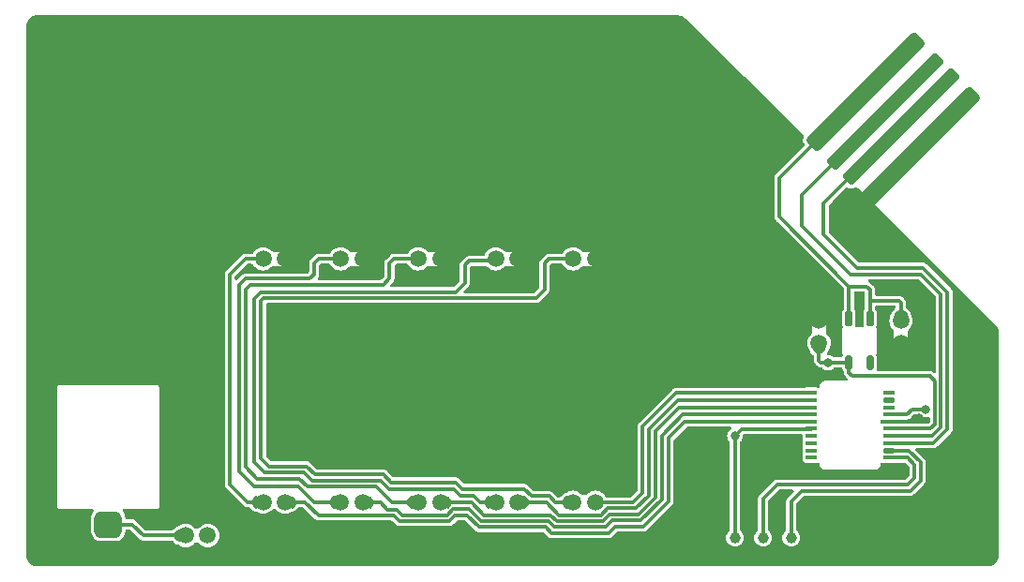
<source format=gbr>
%TF.GenerationSoftware,KiCad,Pcbnew,7.0.1*%
%TF.CreationDate,2023-07-03T20:41:50-04:00*%
%TF.ProjectId,business_card,62757369-6e65-4737-935f-636172642e6b,rev?*%
%TF.SameCoordinates,Original*%
%TF.FileFunction,Copper,L1,Top*%
%TF.FilePolarity,Positive*%
%FSLAX46Y46*%
G04 Gerber Fmt 4.6, Leading zero omitted, Abs format (unit mm)*
G04 Created by KiCad (PCBNEW 7.0.1) date 2023-07-03 20:41:50*
%MOMM*%
%LPD*%
G01*
G04 APERTURE LIST*
G04 Aperture macros list*
%AMRoundRect*
0 Rectangle with rounded corners*
0 $1 Rounding radius*
0 $2 $3 $4 $5 $6 $7 $8 $9 X,Y pos of 4 corners*
0 Add a 4 corners polygon primitive as box body*
4,1,4,$2,$3,$4,$5,$6,$7,$8,$9,$2,$3,0*
0 Add four circle primitives for the rounded corners*
1,1,$1+$1,$2,$3*
1,1,$1+$1,$4,$5*
1,1,$1+$1,$6,$7*
1,1,$1+$1,$8,$9*
0 Add four rect primitives between the rounded corners*
20,1,$1+$1,$2,$3,$4,$5,0*
20,1,$1+$1,$4,$5,$6,$7,0*
20,1,$1+$1,$6,$7,$8,$9,0*
20,1,$1+$1,$8,$9,$2,$3,0*%
G04 Aperture macros list end*
%TA.AperFunction,ComponentPad*%
%ADD10C,1.500000*%
%TD*%
%TA.AperFunction,SMDPad,CuDef*%
%ADD11C,1.000000*%
%TD*%
%TA.AperFunction,SMDPad,CuDef*%
%ADD12RoundRect,0.600000X-0.600000X-0.650000X0.600000X-0.650000X0.600000X0.650000X-0.600000X0.650000X0*%
%TD*%
%TA.AperFunction,SMDPad,CuDef*%
%ADD13RoundRect,0.600000X-0.650000X-0.600000X0.650000X-0.600000X0.650000X0.600000X-0.650000X0.600000X0*%
%TD*%
%TA.AperFunction,SMDPad,CuDef*%
%ADD14RoundRect,0.400000X-4.949747X-4.384062X-4.384062X-4.949747X4.949747X4.384062X4.384062X4.949747X0*%
%TD*%
%TA.AperFunction,SMDPad,CuDef*%
%ADD15RoundRect,0.325000X-4.949747X-4.490128X-4.490128X-4.949747X4.949747X4.490128X4.490128X4.949747X0*%
%TD*%
%TA.AperFunction,SMDPad,CuDef*%
%ADD16RoundRect,0.100000X0.400000X0.100000X-0.400000X0.100000X-0.400000X-0.100000X0.400000X-0.100000X0*%
%TD*%
%TA.AperFunction,SMDPad,CuDef*%
%ADD17RoundRect,0.093750X0.406250X0.093750X-0.406250X0.093750X-0.406250X-0.093750X0.406250X-0.093750X0*%
%TD*%
%TA.AperFunction,SMDPad,CuDef*%
%ADD18RoundRect,0.118750X0.381250X0.118750X-0.381250X0.118750X-0.381250X-0.118750X0.381250X-0.118750X0*%
%TD*%
%TA.AperFunction,SMDPad,CuDef*%
%ADD19RoundRect,0.106250X0.393750X0.106250X-0.393750X0.106250X-0.393750X-0.106250X0.393750X-0.106250X0*%
%TD*%
%TA.AperFunction,SMDPad,CuDef*%
%ADD20RoundRect,0.150000X0.150000X-0.550000X0.150000X0.550000X-0.150000X0.550000X-0.150000X-0.550000X0*%
%TD*%
%TA.AperFunction,SMDPad,CuDef*%
%ADD21RoundRect,0.150000X0.150000X-0.500000X0.150000X0.500000X-0.150000X0.500000X-0.150000X-0.500000X0*%
%TD*%
%TA.AperFunction,ViaPad*%
%ADD22C,0.800000*%
%TD*%
%TA.AperFunction,Conductor*%
%ADD23C,0.300000*%
%TD*%
%TA.AperFunction,Conductor*%
%ADD24C,1.000000*%
%TD*%
%TA.AperFunction,Conductor*%
%ADD25C,0.250000*%
%TD*%
G04 APERTURE END LIST*
D10*
%TO.P,D4,1,K*%
%TO.N,GND*%
X68000000Y-51000000D03*
%TO.P,D4,2,A*%
%TO.N,Net-(D4-A)*%
X66000000Y-51000000D03*
%TD*%
D11*
%TO.P,TP3,1,1*%
%TO.N,/SWDCLK*%
X104140000Y-76200000D03*
%TD*%
D10*
%TO.P,R6,1*%
%TO.N,Net-(BZ1-+)*%
X52000000Y-76000000D03*
%TO.P,R6,2*%
%TO.N,Net-(U1-PB1)*%
X54000000Y-76000000D03*
%TD*%
%TO.P,R4,1*%
%TO.N,Net-(U1-PA1)*%
X68000000Y-73000000D03*
%TO.P,R4,2*%
%TO.N,Net-(D4-A)*%
X66000000Y-73000000D03*
%TD*%
D12*
%TO.P,BZ1,1,-*%
%TO.N,GND*%
X45000000Y-61000000D03*
D13*
%TO.P,BZ1,2,+*%
%TO.N,Net-(BZ1-+)*%
X45000000Y-75000000D03*
%TD*%
D10*
%TO.P,D3,1,K*%
%TO.N,GND*%
X75000000Y-51000000D03*
%TO.P,D3,2,A*%
%TO.N,Net-(D3-A)*%
X73000000Y-51000000D03*
%TD*%
%TO.P,D2,1,K*%
%TO.N,GND*%
X89000000Y-51000000D03*
%TO.P,D2,2,A*%
%TO.N,Net-(D2-A)*%
X87000000Y-51000000D03*
%TD*%
%TO.P,C2,1*%
%TO.N,/3V3_SUPPLY*%
X109200000Y-58600000D03*
%TO.P,C2,2*%
%TO.N,GND*%
X109200000Y-56600000D03*
%TD*%
D14*
%TO.P,J1,1,Pin_1*%
%TO.N,/5V_USB*%
X113400000Y-35900000D03*
D15*
%TO.P,J1,2,Pin_2*%
%TO.N,/USB_DM*%
X115167767Y-37667767D03*
%TO.P,J1,3,Pin_3*%
%TO.N,/USB_DP*%
X116581981Y-39081980D03*
D14*
%TO.P,J1,4,Pin_4*%
%TO.N,GND*%
X118349747Y-40849747D03*
%TD*%
D16*
%TO.P,U1,1,PB8*%
%TO.N,unconnected-(U1-PB8-Pad1)*%
X108500000Y-68965000D03*
%TO.P,U1,2,PF0*%
%TO.N,unconnected-(U1-PF0-Pad2)*%
X108500000Y-68315000D03*
%TO.P,U1,3,PF1*%
%TO.N,unconnected-(U1-PF1-Pad3)*%
X108500000Y-67665000D03*
%TO.P,U1,4,NRST*%
%TO.N,unconnected-(U1-NRST-Pad4)*%
X108500000Y-67015000D03*
D17*
%TO.P,U1,5,VDDA*%
%TO.N,/3V3_SUPPLY*%
X108500000Y-66352500D03*
D16*
%TO.P,U1,6,PA0*%
%TO.N,Net-(U1-PA0)*%
X108500000Y-65715000D03*
%TO.P,U1,7,PA1*%
%TO.N,Net-(U1-PA1)*%
X108500000Y-65065000D03*
%TO.P,U1,8,PA2*%
%TO.N,Net-(U1-PA2)*%
X108500000Y-64415000D03*
%TO.P,U1,9,PA3*%
%TO.N,Net-(U1-PA3)*%
X108500000Y-63765000D03*
%TO.P,U1,10,PA4*%
%TO.N,Net-(U1-PA4)*%
X108500000Y-63115000D03*
%TO.P,U1,11,PA5*%
%TO.N,unconnected-(U1-PA5-Pad11)*%
X115500000Y-63115000D03*
D18*
%TO.P,U1,12,PA6*%
%TO.N,unconnected-(U1-PA6-Pad12)*%
X115500000Y-63802500D03*
D16*
%TO.P,U1,13,PA7*%
%TO.N,unconnected-(U1-PA7-Pad13)*%
X115500000Y-64415000D03*
%TO.P,U1,14,PB1*%
%TO.N,Net-(U1-PB1)*%
X115500000Y-65065000D03*
%TO.P,U1,15,VSSA*%
%TO.N,GND*%
X115500000Y-65715000D03*
D17*
%TO.P,U1,16,VDD*%
%TO.N,/3V3_SUPPLY*%
X115500000Y-66352500D03*
D16*
%TO.P,U1,17,PA9/PA11*%
%TO.N,/USB_DM*%
X115500000Y-67015000D03*
%TO.P,U1,18,PA10/PA12*%
%TO.N,/USB_DP*%
X115500000Y-67665000D03*
D19*
%TO.P,U1,19,PA13*%
%TO.N,/SWDIO*%
X115500000Y-68327500D03*
D16*
%TO.P,U1,20,PA14*%
%TO.N,/SWDCLK*%
X115500000Y-68965000D03*
%TD*%
D11*
%TO.P,TP4,1,1*%
%TO.N,GND*%
X109220000Y-76200000D03*
%TD*%
D10*
%TO.P,R3,1*%
%TO.N,Net-(U1-PA2)*%
X75000000Y-73000000D03*
%TO.P,R3,2*%
%TO.N,Net-(D3-A)*%
X73000000Y-73000000D03*
%TD*%
%TO.P,C1,1*%
%TO.N,/5V_USB*%
X116600000Y-56600000D03*
%TO.P,C1,2*%
%TO.N,GND*%
X116600000Y-58600000D03*
%TD*%
%TO.P,D5,1,K*%
%TO.N,GND*%
X61000000Y-51000000D03*
%TO.P,D5,2,A*%
%TO.N,Net-(D5-A)*%
X59000000Y-51000000D03*
%TD*%
D20*
%TO.P,U2,1,VIN*%
%TO.N,/5V_USB*%
X111900000Y-56400000D03*
%TO.P,U2,2,GND*%
%TO.N,GND*%
X112850000Y-56400000D03*
%TO.P,U2,3,EN*%
%TO.N,/5V_USB*%
X113800000Y-56400000D03*
D21*
%TO.P,U2,4,NC*%
%TO.N,unconnected-(U2-NC-Pad4)*%
X113800000Y-60350000D03*
%TO.P,U2,5,VOUT*%
%TO.N,/3V3_SUPPLY*%
X111900000Y-60350000D03*
%TD*%
D11*
%TO.P,TP1,1,1*%
%TO.N,/3V3_SUPPLY*%
X101600000Y-76200000D03*
%TD*%
D10*
%TO.P,R5,1*%
%TO.N,Net-(U1-PA0)*%
X61000000Y-73000000D03*
%TO.P,R5,2*%
%TO.N,Net-(D5-A)*%
X59000000Y-73000000D03*
%TD*%
%TO.P,R2,1*%
%TO.N,Net-(U1-PA4)*%
X89000000Y-73000000D03*
%TO.P,R2,2*%
%TO.N,Net-(D2-A)*%
X87000000Y-73000000D03*
%TD*%
%TO.P,D1,1,K*%
%TO.N,GND*%
X82000000Y-51000000D03*
%TO.P,D1,2,A*%
%TO.N,Net-(D1-A)*%
X80000000Y-51000000D03*
%TD*%
%TO.P,R1,1*%
%TO.N,Net-(U1-PA3)*%
X82000000Y-73000000D03*
%TO.P,R1,2*%
%TO.N,Net-(D1-A)*%
X80000000Y-73000000D03*
%TD*%
D11*
%TO.P,TP2,1,1*%
%TO.N,/SWDIO*%
X106680000Y-76200000D03*
%TD*%
D22*
%TO.N,GND*%
X112800000Y-54600000D03*
X96200000Y-30800000D03*
X39000000Y-77200000D03*
X38800000Y-30600000D03*
X116600000Y-60400000D03*
X123400000Y-56400000D03*
X116800000Y-50400000D03*
X121200000Y-75800000D03*
X118188385Y-65414285D03*
X40000000Y-30600000D03*
X124000000Y-57400000D03*
X111000000Y-48200000D03*
X95600000Y-29800000D03*
X116200000Y-49400000D03*
X122800000Y-57400000D03*
X40200000Y-77200000D03*
X120600000Y-76800000D03*
X39400000Y-29600000D03*
X115600000Y-50400000D03*
X95000000Y-30800000D03*
X118000000Y-60400000D03*
X39600000Y-76200000D03*
X121800000Y-76800000D03*
%TO.N,/3V3_SUPPLY*%
X101600000Y-67000000D03*
X110000000Y-60400000D03*
%TO.N,Net-(U1-PB1)*%
X118850500Y-64600000D03*
%TD*%
D23*
%TO.N,/USB_DP*%
X119512818Y-67665000D02*
X115500000Y-67665000D01*
X120800000Y-66377818D02*
X119512818Y-67665000D01*
X118577818Y-51800000D02*
X120800000Y-54022182D01*
X120800000Y-54022182D02*
X120800000Y-66377818D01*
X112600000Y-51800000D02*
X118577818Y-51800000D01*
X109600000Y-46000000D02*
X109600000Y-48800000D01*
X109600000Y-48800000D02*
X112600000Y-51800000D01*
X116518020Y-39081980D02*
X109600000Y-46000000D01*
X116581981Y-39081980D02*
X116518020Y-39081980D01*
%TO.N,GND*%
X116400000Y-59400000D02*
X116200000Y-59200000D01*
X61800000Y-50800000D02*
X61600000Y-50600000D01*
X75800000Y-51200000D02*
X75600000Y-51400000D01*
X89800000Y-51000000D02*
X89800000Y-50800000D01*
X68800000Y-51200000D02*
X68600000Y-51400000D01*
X116600000Y-59400000D02*
X116600000Y-58750000D01*
X68800000Y-51000000D02*
X68800000Y-51200000D01*
X68800000Y-50800000D02*
X68600000Y-50600000D01*
X89800000Y-50800000D02*
X89600000Y-50600000D01*
X82800000Y-51200000D02*
X82600000Y-51400000D01*
X61800000Y-51000000D02*
X61800000Y-50800000D01*
X61800000Y-51000000D02*
X61800000Y-51200000D01*
X115500000Y-65715000D02*
X117887670Y-65715000D01*
X61800000Y-51200000D02*
X61600000Y-51400000D01*
X89800000Y-51200000D02*
X89600000Y-51400000D01*
D24*
X118349747Y-40850253D02*
X118349747Y-40849747D01*
D23*
X82800000Y-50800000D02*
X82600000Y-50600000D01*
X82800000Y-51000000D02*
X82800000Y-50800000D01*
X116600000Y-59400000D02*
X116400000Y-59400000D01*
X75800000Y-51000000D02*
X75150000Y-51000000D01*
X116800000Y-59400000D02*
X117000000Y-59200000D01*
X75800000Y-51000000D02*
X75800000Y-51200000D01*
X61800000Y-51000000D02*
X61150000Y-51000000D01*
X75800000Y-50800000D02*
X75600000Y-50600000D01*
X118000000Y-60400000D02*
X116600000Y-60400000D01*
X112850000Y-54650000D02*
X112800000Y-54600000D01*
X82800000Y-51000000D02*
X82150000Y-51000000D01*
X89800000Y-51000000D02*
X89150000Y-51000000D01*
X112850000Y-56400000D02*
X112850000Y-54650000D01*
X116600000Y-59400000D02*
X116800000Y-59400000D01*
X116600000Y-60400000D02*
X116600000Y-59400000D01*
X75800000Y-51000000D02*
X75800000Y-50800000D01*
X82800000Y-51000000D02*
X82800000Y-51200000D01*
X89800000Y-51000000D02*
X89800000Y-51200000D01*
X68800000Y-51000000D02*
X68800000Y-50800000D01*
D24*
X111000000Y-48200000D02*
X118349747Y-40850253D01*
D23*
X68800000Y-51000000D02*
X68150000Y-51000000D01*
X117887670Y-65715000D02*
X118188385Y-65414285D01*
%TO.N,Net-(D1-A)*%
X77600000Y-51200000D02*
X79800000Y-51200000D01*
X58200000Y-54600000D02*
X58800000Y-54000000D01*
X79200000Y-73000000D02*
X79200000Y-73200000D01*
X79200000Y-73000000D02*
X79850000Y-73000000D01*
X76850000Y-72450000D02*
X76200000Y-71800000D01*
X79200000Y-72800000D02*
X79400000Y-72600000D01*
X78577818Y-73000000D02*
X78027817Y-72450000D01*
X58200000Y-69400000D02*
X58200000Y-54600000D01*
X78027817Y-72450000D02*
X76850000Y-72450000D01*
X79200000Y-73200000D02*
X79400000Y-73400000D01*
X70400000Y-71800000D02*
X69650000Y-71050000D01*
X69650000Y-71050000D02*
X63450000Y-71050000D01*
X79200000Y-73000000D02*
X79200000Y-72800000D01*
X79800000Y-51200000D02*
X79850000Y-51150000D01*
X76400000Y-54000000D02*
X77200000Y-53200000D01*
X79850000Y-51150000D02*
X79850000Y-51000000D01*
X58800000Y-54000000D02*
X76400000Y-54000000D01*
X79200000Y-73000000D02*
X78577818Y-73000000D01*
X77200000Y-53200000D02*
X77200000Y-51600000D01*
X63450000Y-71050000D02*
X62700000Y-70300000D01*
X77200000Y-51600000D02*
X77600000Y-51200000D01*
X76200000Y-71800000D02*
X70400000Y-71800000D01*
X59100000Y-70300000D02*
X58200000Y-69400000D01*
X62700000Y-70300000D02*
X59100000Y-70300000D01*
%TO.N,Net-(D2-A)*%
X84400000Y-51400000D02*
X84800000Y-51000000D01*
X70577818Y-71200000D02*
X69877818Y-70500000D01*
X86200000Y-73000000D02*
X85377818Y-73000000D01*
X84800000Y-51000000D02*
X86850000Y-51000000D01*
X76400000Y-71200000D02*
X70577818Y-71200000D01*
X59550000Y-69750000D02*
X58800000Y-69000000D01*
X82600000Y-71800000D02*
X77000000Y-71800000D01*
X58800000Y-69000000D02*
X58800000Y-54800000D01*
X83250000Y-72450000D02*
X82600000Y-71800000D01*
X59050000Y-54550000D02*
X83650000Y-54550000D01*
X86200000Y-73000000D02*
X86200000Y-72800000D01*
X86200000Y-72800000D02*
X86400000Y-72600000D01*
X85377818Y-73000000D02*
X84827817Y-72450000D01*
X86200000Y-73000000D02*
X86200000Y-73200000D01*
X86200000Y-73000000D02*
X86850000Y-73000000D01*
X62927818Y-69750000D02*
X59550000Y-69750000D01*
X63677818Y-70500000D02*
X62927818Y-69750000D01*
X77000000Y-71800000D02*
X76400000Y-71200000D01*
X84827817Y-72450000D02*
X83250000Y-72450000D01*
X69877818Y-70500000D02*
X63677818Y-70500000D01*
X86200000Y-73200000D02*
X86400000Y-73400000D01*
X83650000Y-54550000D02*
X84400000Y-53800000D01*
X84400000Y-53800000D02*
X84400000Y-51400000D01*
X58800000Y-54800000D02*
X59050000Y-54550000D01*
%TO.N,Net-(D3-A)*%
X72200000Y-73000000D02*
X70600000Y-73000000D01*
X69200000Y-71600000D02*
X63000000Y-71600000D01*
X62250000Y-70850000D02*
X58450000Y-70850000D01*
X70800000Y-51000000D02*
X72850000Y-51000000D01*
X70600000Y-73000000D02*
X69200000Y-71600000D01*
X58450000Y-70850000D02*
X57400000Y-69800000D01*
X70400000Y-51400000D02*
X70800000Y-51000000D01*
X57850000Y-53350000D02*
X69850000Y-53350000D01*
X72200000Y-73000000D02*
X72200000Y-73200000D01*
X69850000Y-53350000D02*
X70400000Y-52800000D01*
X57400000Y-53800000D02*
X57850000Y-53350000D01*
X72200000Y-73200000D02*
X72400000Y-73400000D01*
X57400000Y-69800000D02*
X57400000Y-53800000D01*
X72200000Y-73000000D02*
X72200000Y-72800000D01*
X72200000Y-72800000D02*
X72400000Y-72600000D01*
X72200000Y-73000000D02*
X72850000Y-73000000D01*
X70400000Y-52800000D02*
X70400000Y-51400000D01*
X63000000Y-71600000D02*
X62250000Y-70850000D01*
%TO.N,Net-(D4-A)*%
X63200000Y-52800000D02*
X63600000Y-52400000D01*
X65200000Y-73000000D02*
X63600000Y-73000000D01*
X63600000Y-73000000D02*
X62200000Y-71600000D01*
X65200000Y-73200000D02*
X65400000Y-73400000D01*
X56800000Y-53400000D02*
X57400000Y-52800000D01*
X63600000Y-51400000D02*
X64000000Y-51000000D01*
X63600000Y-52400000D02*
X63600000Y-51400000D01*
X64000000Y-51000000D02*
X65850000Y-51000000D01*
X65200000Y-73000000D02*
X65200000Y-73200000D01*
X65200000Y-72800000D02*
X65400000Y-72600000D01*
X62200000Y-71600000D02*
X58200000Y-71600000D01*
X58200000Y-71600000D02*
X56800000Y-70200000D01*
X65200000Y-73000000D02*
X65200000Y-72800000D01*
X57400000Y-52800000D02*
X63200000Y-52800000D01*
X56800000Y-70200000D02*
X56800000Y-53400000D01*
X65200000Y-73000000D02*
X65850000Y-73000000D01*
%TO.N,Net-(D5-A)*%
X58200000Y-72800000D02*
X58400000Y-72600000D01*
X58200000Y-73000000D02*
X57600000Y-73000000D01*
X57600000Y-73000000D02*
X56000000Y-71400000D01*
X56000000Y-52400000D02*
X57400000Y-51000000D01*
X57400000Y-51000000D02*
X58850000Y-51000000D01*
X58200000Y-73200000D02*
X58400000Y-73400000D01*
X56000000Y-71400000D02*
X56000000Y-52400000D01*
X58200000Y-73000000D02*
X58200000Y-72800000D01*
X58200000Y-73000000D02*
X58850000Y-73000000D01*
X58200000Y-73000000D02*
X58200000Y-73200000D01*
%TO.N,Net-(U1-PA3)*%
X82800000Y-73000000D02*
X82800000Y-72800000D01*
X92650000Y-73550000D02*
X90076346Y-73550000D01*
X82800000Y-73200000D02*
X82600000Y-73400000D01*
X82800000Y-73000000D02*
X82800000Y-73200000D01*
X96435000Y-63765000D02*
X93800000Y-66400000D01*
X82800000Y-73000000D02*
X82150000Y-73000000D01*
X108500000Y-63765000D02*
X96435000Y-63765000D01*
X89476346Y-74150000D02*
X85750000Y-74150000D01*
X84600000Y-73000000D02*
X82800000Y-73000000D01*
X90076346Y-73550000D02*
X89476346Y-74150000D01*
X93800000Y-66400000D02*
X93800000Y-72400000D01*
X85750000Y-74150000D02*
X84600000Y-73000000D01*
X82800000Y-72800000D02*
X82600000Y-72600000D01*
X93800000Y-72400000D02*
X92650000Y-73550000D01*
%TO.N,Net-(U1-PA4)*%
X93250000Y-66172182D02*
X93250000Y-72150000D01*
X93250000Y-72150000D02*
X92400000Y-73000000D01*
X92400000Y-73000000D02*
X89150000Y-73000000D01*
X108500000Y-63115000D02*
X96307182Y-63115000D01*
X96307182Y-63115000D02*
X93250000Y-66172182D01*
%TO.N,Net-(U1-PA2)*%
X90304164Y-74100000D02*
X89704163Y-74700000D01*
D25*
X75800000Y-72800000D02*
X75600000Y-72600000D01*
X75800000Y-73200000D02*
X75600000Y-73400000D01*
D23*
X84972182Y-74150000D02*
X78950000Y-74150000D01*
X85522182Y-74700000D02*
X84972182Y-74150000D01*
X94400000Y-66600000D02*
X94400000Y-72577817D01*
D25*
X75800000Y-73000000D02*
X75125000Y-73000000D01*
X75800000Y-73000000D02*
X75800000Y-73200000D01*
D23*
X89704163Y-74700000D02*
X85522182Y-74700000D01*
X77800000Y-73000000D02*
X75800000Y-73000000D01*
X92877817Y-74100000D02*
X90304164Y-74100000D01*
X78950000Y-74150000D02*
X77800000Y-73000000D01*
X96585000Y-64415000D02*
X94400000Y-66600000D01*
X108500000Y-64415000D02*
X96585000Y-64415000D01*
X94400000Y-72577817D02*
X92877817Y-74100000D01*
D25*
X75800000Y-73000000D02*
X75800000Y-72800000D01*
%TO.N,Net-(U1-PA1)*%
X68800000Y-73000000D02*
X68800000Y-73200000D01*
D23*
X70250000Y-73650000D02*
X69600000Y-73000000D01*
X96898604Y-65065000D02*
X95000000Y-66963604D01*
X69600000Y-73000000D02*
X68800000Y-73000000D01*
X93105634Y-74650000D02*
X90531981Y-74650000D01*
X95000000Y-66963604D02*
X95000000Y-72755634D01*
X75592462Y-74150000D02*
X71550000Y-74150000D01*
D25*
X68800000Y-73200000D02*
X68600000Y-73400000D01*
D23*
X85294364Y-75250000D02*
X84744364Y-74700000D01*
X95000000Y-72755634D02*
X93105634Y-74650000D01*
X78722183Y-74700000D02*
X77622182Y-73600000D01*
D25*
X68800000Y-73000000D02*
X68125000Y-73000000D01*
D23*
X108500000Y-65065000D02*
X96898604Y-65065000D01*
D25*
X68800000Y-73000000D02*
X68800000Y-72800000D01*
X68800000Y-72800000D02*
X68600000Y-72600000D01*
D23*
X89931980Y-75250000D02*
X85294364Y-75250000D01*
X84744364Y-74700000D02*
X78722183Y-74700000D01*
X71550000Y-74150000D02*
X71049999Y-73650000D01*
X71049999Y-73650000D02*
X70250000Y-73650000D01*
X90531981Y-74650000D02*
X89931980Y-75250000D01*
X77622182Y-73600000D02*
X76142462Y-73600000D01*
X76142462Y-73600000D02*
X75592462Y-74150000D01*
D25*
%TO.N,Net-(U1-PA0)*%
X61800000Y-73000000D02*
X61800000Y-72800000D01*
D23*
X90159797Y-75800000D02*
X85066546Y-75800000D01*
X64000000Y-74200000D02*
X62800000Y-73000000D01*
X77444364Y-74200000D02*
X76320280Y-74200000D01*
D25*
X61800000Y-72800000D02*
X61600000Y-72600000D01*
D23*
X78494366Y-75250000D02*
X77444364Y-74200000D01*
X97085000Y-65715000D02*
X95600000Y-67200000D01*
X108500000Y-65715000D02*
X97085000Y-65715000D01*
X85066546Y-75800000D02*
X84516546Y-75250000D01*
X75820279Y-74700000D02*
X71322182Y-74700000D01*
X95600000Y-72933451D02*
X93333451Y-75200000D01*
D25*
X61800000Y-73000000D02*
X61125000Y-73000000D01*
X61800000Y-73000000D02*
X61800000Y-73200000D01*
D23*
X76320280Y-74200000D02*
X75820279Y-74700000D01*
X95600000Y-67200000D02*
X95600000Y-72933451D01*
X62800000Y-73000000D02*
X61800000Y-73000000D01*
X84516546Y-75250000D02*
X78494366Y-75250000D01*
X93333451Y-75200000D02*
X90759798Y-75200000D01*
X71322182Y-74700000D02*
X70822182Y-74200000D01*
X90759798Y-75200000D02*
X90159797Y-75800000D01*
X70822182Y-74200000D02*
X64000000Y-74200000D01*
D25*
X61800000Y-73200000D02*
X61600000Y-73400000D01*
D23*
%TO.N,/5V_USB*%
X105600000Y-47200000D02*
X111900000Y-53500000D01*
X116800000Y-55800000D02*
X117000000Y-56000000D01*
X116400000Y-54800000D02*
X116600000Y-55000000D01*
X116600000Y-55800000D02*
X116600000Y-56450000D01*
X113400000Y-35900000D02*
X105600000Y-43700000D01*
X105600000Y-43700000D02*
X105600000Y-47200000D01*
X113800000Y-53800000D02*
X113800000Y-54800000D01*
X113800000Y-54800000D02*
X116400000Y-54800000D01*
X111900000Y-53500000D02*
X113500000Y-53500000D01*
X113500000Y-53500000D02*
X113800000Y-53800000D01*
X113800000Y-54800000D02*
X113800000Y-56400000D01*
X116400000Y-55800000D02*
X116200000Y-56000000D01*
X116600000Y-55800000D02*
X116800000Y-55800000D01*
X116600000Y-55000000D02*
X116600000Y-55800000D01*
X116600000Y-55800000D02*
X116400000Y-55800000D01*
X111900000Y-53500000D02*
X111900000Y-56400000D01*
%TO.N,/USB_DM*%
X120200000Y-66200000D02*
X119400000Y-67000000D01*
X107600000Y-45235534D02*
X107600000Y-48000000D01*
X115515000Y-67000000D02*
X115500000Y-67015000D01*
X118400000Y-52400000D02*
X120200000Y-54200000D01*
X112000000Y-52400000D02*
X118400000Y-52400000D01*
X120200000Y-54200000D02*
X120200000Y-66200000D01*
X107600000Y-48000000D02*
X112000000Y-52400000D01*
X115167767Y-37667767D02*
X107600000Y-45235534D01*
X119400000Y-67000000D02*
X115515000Y-67000000D01*
%TO.N,Net-(BZ1-+)*%
X45000000Y-75000000D02*
X47200000Y-75000000D01*
X47200000Y-75000000D02*
X48200000Y-76000000D01*
X51200000Y-76000000D02*
X51200000Y-75800000D01*
X51200000Y-75800000D02*
X51400000Y-75600000D01*
X51200000Y-76000000D02*
X51850000Y-76000000D01*
X48200000Y-76000000D02*
X51200000Y-76000000D01*
X51200000Y-76200000D02*
X51400000Y-76400000D01*
X51200000Y-76000000D02*
X51200000Y-76200000D01*
%TO.N,/3V3_SUPPLY*%
X111900000Y-61300000D02*
X112200000Y-61600000D01*
X101600000Y-67000000D02*
X102200000Y-66400000D01*
X119200000Y-61600000D02*
X119650000Y-62050000D01*
X110000000Y-60400000D02*
X109950000Y-60350000D01*
X111900000Y-60350000D02*
X110050000Y-60350000D01*
X109950000Y-60350000D02*
X109350000Y-60350000D01*
X101600000Y-76200000D02*
X101600000Y-67000000D01*
X109200000Y-60200000D02*
X109200000Y-59400000D01*
X109200000Y-59400000D02*
X109200000Y-58750000D01*
X109000000Y-59400000D02*
X108800000Y-59200000D01*
X119650000Y-62050000D02*
X119650000Y-65972182D01*
X109400000Y-59400000D02*
X109600000Y-59200000D01*
X108452500Y-66400000D02*
X108500000Y-66352500D01*
X110050000Y-60350000D02*
X110000000Y-60400000D01*
X111900000Y-60350000D02*
X111900000Y-61300000D01*
X119650000Y-65972182D02*
X119269682Y-66352500D01*
X109200000Y-59400000D02*
X109000000Y-59400000D01*
X112200000Y-61600000D02*
X119200000Y-61600000D01*
X102200000Y-66400000D02*
X108452500Y-66400000D01*
X119269682Y-66352500D02*
X115500000Y-66352500D01*
X109200000Y-59400000D02*
X109400000Y-59400000D01*
X109350000Y-60350000D02*
X109200000Y-60200000D01*
%TO.N,/SWDIO*%
X117305318Y-68327500D02*
X115500000Y-68327500D01*
X107650000Y-71950000D02*
X117427818Y-71950000D01*
X117427818Y-71950000D02*
X118350000Y-71027818D01*
X118350000Y-71027818D02*
X118350000Y-69372182D01*
X118350000Y-69372182D02*
X117305318Y-68327500D01*
X106680000Y-76200000D02*
X106680000Y-72920000D01*
X106680000Y-72920000D02*
X107650000Y-71950000D01*
%TO.N,/SWDCLK*%
X104140000Y-76200000D02*
X104140000Y-72660000D01*
X104140000Y-72660000D02*
X105400000Y-71400000D01*
X117165000Y-68965000D02*
X115500000Y-68965000D01*
X117800000Y-70800000D02*
X117800000Y-69600000D01*
X117800000Y-69600000D02*
X117165000Y-68965000D01*
X105400000Y-71400000D02*
X117200000Y-71400000D01*
X117200000Y-71400000D02*
X117800000Y-70800000D01*
%TO.N,Net-(U1-PB1)*%
X117600000Y-64600000D02*
X117135000Y-65065000D01*
X118850500Y-64600000D02*
X117600000Y-64600000D01*
X117135000Y-65065000D02*
X115500000Y-65065000D01*
%TD*%
%TA.AperFunction,Conductor*%
%TO.N,GND*%
G36*
X96395909Y-29000586D02*
G01*
X96418772Y-29002817D01*
X96571231Y-29017698D01*
X96594857Y-29022354D01*
X96757753Y-29071299D01*
X96780023Y-29080432D01*
X96930380Y-29159951D01*
X96950477Y-29173226D01*
X97087320Y-29284126D01*
X97096309Y-29292165D01*
X107793176Y-39839425D01*
X107821848Y-39883207D01*
X107829905Y-39934917D01*
X107815911Y-39985346D01*
X107790463Y-40033833D01*
X107749752Y-40199005D01*
X107749752Y-40199006D01*
X107749752Y-40369118D01*
X107790463Y-40534287D01*
X107790464Y-40534288D01*
X107864449Y-40675256D01*
X107878426Y-40725394D01*
X107870594Y-40776852D01*
X107842333Y-40820562D01*
X105304264Y-43358631D01*
X105293898Y-43367895D01*
X105266031Y-43390118D01*
X105233824Y-43437356D01*
X105231144Y-43441132D01*
X105193633Y-43491959D01*
X105191301Y-43496578D01*
X105172674Y-43556966D01*
X105171225Y-43561369D01*
X105150369Y-43620973D01*
X105149500Y-43626090D01*
X105149500Y-43689262D01*
X105149413Y-43693899D01*
X105147050Y-43757029D01*
X105149500Y-43775635D01*
X105149500Y-47167738D01*
X105148720Y-47181622D01*
X105144729Y-47217034D01*
X105155356Y-47273194D01*
X105156133Y-47277766D01*
X105165550Y-47340248D01*
X105167163Y-47345148D01*
X105196687Y-47401010D01*
X105198777Y-47405150D01*
X105226184Y-47462060D01*
X105229183Y-47466287D01*
X105273847Y-47510951D01*
X105277064Y-47514291D01*
X105320040Y-47560608D01*
X105334930Y-47572034D01*
X111413181Y-53650285D01*
X111440061Y-53690513D01*
X111449500Y-53737966D01*
X111449500Y-55457712D01*
X111443287Y-55496471D01*
X111425270Y-55531346D01*
X111347207Y-55637117D01*
X111302353Y-55765303D01*
X111299500Y-55795731D01*
X111299500Y-57004269D01*
X111302353Y-57034698D01*
X111334611Y-57126888D01*
X111340252Y-57185864D01*
X111317887Y-57240726D01*
X111269127Y-57307837D01*
X111259213Y-57338351D01*
X111249500Y-57368244D01*
X111249500Y-57399901D01*
X111249500Y-59399500D01*
X111249500Y-59400000D01*
X111249500Y-59431756D01*
X111255877Y-59451381D01*
X111269126Y-59492159D01*
X111270956Y-59494678D01*
X111306458Y-59543542D01*
X111306459Y-59543542D01*
X111317888Y-59559273D01*
X111340253Y-59614136D01*
X111334612Y-59673113D01*
X111302353Y-59765303D01*
X111300311Y-59787080D01*
X111280168Y-59844071D01*
X111235476Y-59884767D01*
X111176853Y-59899500D01*
X110538445Y-59899500D01*
X110494475Y-59891442D01*
X110456219Y-59868316D01*
X110400853Y-59819267D01*
X110400852Y-59819266D01*
X110316568Y-59775030D01*
X110250224Y-59740209D01*
X110125765Y-59709533D01*
X110085056Y-59699500D01*
X110036890Y-59699500D01*
X109971903Y-59681106D01*
X109926195Y-59631381D01*
X109913329Y-59565078D01*
X109937120Y-59501866D01*
X109942425Y-59494678D01*
X110002793Y-59412882D01*
X110047646Y-59284699D01*
X110048501Y-59261845D01*
X110056464Y-59222531D01*
X110076563Y-59187817D01*
X110077685Y-59186450D01*
X110175232Y-59003954D01*
X110235300Y-58805934D01*
X110255583Y-58600000D01*
X110235300Y-58394066D01*
X110175232Y-58196046D01*
X110077685Y-58013550D01*
X109946410Y-57853590D01*
X109875835Y-57795671D01*
X109842405Y-57752835D01*
X109830500Y-57699818D01*
X109830500Y-56624760D01*
X109830528Y-56624616D01*
X109830524Y-56624616D01*
X109830539Y-56600002D01*
X109830541Y-56600000D01*
X109830461Y-56599808D01*
X109830384Y-56599618D01*
X109830380Y-56599614D01*
X109830194Y-56599538D01*
X109830002Y-56599459D01*
X109805446Y-56599459D01*
X109805240Y-56599500D01*
X108584760Y-56599500D01*
X108584554Y-56599459D01*
X108559998Y-56599459D01*
X108559807Y-56599538D01*
X108559619Y-56599615D01*
X108559615Y-56599618D01*
X108559459Y-56599999D01*
X108559476Y-56624616D01*
X108559471Y-56624616D01*
X108559500Y-56624760D01*
X108559500Y-57708024D01*
X108547595Y-57761041D01*
X108514165Y-57803877D01*
X108453590Y-57853589D01*
X108322314Y-58013551D01*
X108224769Y-58196043D01*
X108164699Y-58394067D01*
X108144417Y-58600000D01*
X108164699Y-58805932D01*
X108224769Y-59003956D01*
X108322312Y-59186446D01*
X108323827Y-59188292D01*
X108327496Y-59196145D01*
X108328072Y-59197222D01*
X108328014Y-59197252D01*
X108349814Y-59243908D01*
X108369976Y-59350470D01*
X108412936Y-59431755D01*
X108433434Y-59470538D01*
X108658638Y-59695741D01*
X108667896Y-59706101D01*
X108690120Y-59733969D01*
X108695353Y-59737537D01*
X108735131Y-59782049D01*
X108749500Y-59839990D01*
X108749500Y-60167738D01*
X108748720Y-60181622D01*
X108744729Y-60217034D01*
X108755356Y-60273194D01*
X108756133Y-60277766D01*
X108765550Y-60340248D01*
X108767163Y-60345148D01*
X108796687Y-60401010D01*
X108798777Y-60405150D01*
X108826184Y-60462060D01*
X108829183Y-60466287D01*
X108873844Y-60510948D01*
X108877061Y-60514287D01*
X108915945Y-60556194D01*
X108915946Y-60556195D01*
X108920048Y-60560615D01*
X108934930Y-60572035D01*
X109008635Y-60645740D01*
X109017894Y-60656099D01*
X109040121Y-60683970D01*
X109040123Y-60683972D01*
X109087363Y-60716180D01*
X109091145Y-60718863D01*
X109141973Y-60756376D01*
X109146568Y-60758695D01*
X109152325Y-60760470D01*
X109152327Y-60760472D01*
X109177351Y-60768190D01*
X109206980Y-60777330D01*
X109211371Y-60778774D01*
X109265301Y-60797646D01*
X109265302Y-60797646D01*
X109270989Y-60799636D01*
X109276073Y-60800500D01*
X109282098Y-60800500D01*
X109339262Y-60800500D01*
X109343899Y-60800587D01*
X109365385Y-60801391D01*
X109420415Y-60816603D01*
X109462796Y-60854861D01*
X109471814Y-60867926D01*
X109471816Y-60867928D01*
X109471817Y-60867929D01*
X109599148Y-60980734D01*
X109749775Y-61059790D01*
X109914944Y-61100500D01*
X110085055Y-61100500D01*
X110085056Y-61100500D01*
X110250225Y-61059790D01*
X110400852Y-60980734D01*
X110528183Y-60867929D01*
X110537756Y-60854059D01*
X110582180Y-60814703D01*
X110639806Y-60800500D01*
X111176853Y-60800500D01*
X111235476Y-60815233D01*
X111280168Y-60855929D01*
X111300311Y-60912920D01*
X111302353Y-60934696D01*
X111302353Y-60934698D01*
X111302354Y-60934699D01*
X111347207Y-61062882D01*
X111411069Y-61149413D01*
X111425270Y-61168654D01*
X111443287Y-61203529D01*
X111449500Y-61242288D01*
X111449500Y-61267738D01*
X111448720Y-61281622D01*
X111444729Y-61317034D01*
X111455356Y-61373194D01*
X111456133Y-61377766D01*
X111465550Y-61440248D01*
X111467163Y-61445148D01*
X111496687Y-61501010D01*
X111498777Y-61505150D01*
X111526184Y-61562060D01*
X111529183Y-61566287D01*
X111573845Y-61610949D01*
X111577062Y-61614288D01*
X111620042Y-61660609D01*
X111634925Y-61672029D01*
X111790718Y-61827821D01*
X111820966Y-61877182D01*
X111825508Y-61934898D01*
X111803353Y-61988385D01*
X111759330Y-62025985D01*
X111703035Y-62039500D01*
X109693606Y-62039500D01*
X109583649Y-62064596D01*
X109482032Y-62113532D01*
X109393854Y-62183854D01*
X109323532Y-62272032D01*
X109274596Y-62373649D01*
X109249500Y-62483606D01*
X109249500Y-62541238D01*
X109233689Y-62601827D01*
X109190290Y-62646965D01*
X109130368Y-62665142D01*
X109069205Y-62651723D01*
X109025302Y-62629353D01*
X108931521Y-62614500D01*
X108068485Y-62614500D01*
X108021588Y-62621927D01*
X107974696Y-62629354D01*
X107974694Y-62629354D01*
X107974693Y-62629355D01*
X107932242Y-62650985D01*
X107875948Y-62664500D01*
X96339444Y-62664500D01*
X96325560Y-62663720D01*
X96290145Y-62659729D01*
X96233993Y-62670354D01*
X96229423Y-62671131D01*
X96166940Y-62680549D01*
X96162033Y-62682163D01*
X96106167Y-62711690D01*
X96102029Y-62713779D01*
X96045118Y-62741186D01*
X96040894Y-62744183D01*
X95996241Y-62788836D01*
X95992904Y-62792051D01*
X95946574Y-62835039D01*
X95935149Y-62849928D01*
X92954264Y-65830813D01*
X92943898Y-65840077D01*
X92916031Y-65862300D01*
X92883824Y-65909538D01*
X92881144Y-65913314D01*
X92843633Y-65964141D01*
X92841301Y-65968760D01*
X92822674Y-66029148D01*
X92821225Y-66033551D01*
X92800369Y-66093155D01*
X92799500Y-66098272D01*
X92799500Y-66161444D01*
X92799413Y-66166081D01*
X92797050Y-66229211D01*
X92799500Y-66247817D01*
X92799500Y-71912035D01*
X92790061Y-71959488D01*
X92763181Y-71999716D01*
X92249716Y-72513181D01*
X92209488Y-72540061D01*
X92162035Y-72549500D01*
X90024674Y-72549500D01*
X89960925Y-72531858D01*
X89915316Y-72483953D01*
X89906732Y-72467894D01*
X89877685Y-72413550D01*
X89861528Y-72393862D01*
X89746410Y-72253589D01*
X89625381Y-72154265D01*
X89586450Y-72122315D01*
X89445934Y-72047207D01*
X89403956Y-72024769D01*
X89403955Y-72024768D01*
X89403954Y-72024768D01*
X89289539Y-71990061D01*
X89205932Y-71964699D01*
X89000000Y-71944417D01*
X88794067Y-71964699D01*
X88656677Y-72006376D01*
X88605198Y-72021992D01*
X88596043Y-72024769D01*
X88413551Y-72122314D01*
X88253589Y-72253590D01*
X88195672Y-72324164D01*
X88152835Y-72357595D01*
X88099818Y-72369500D01*
X87900182Y-72369500D01*
X87847165Y-72357595D01*
X87804328Y-72324164D01*
X87746410Y-72253590D01*
X87696729Y-72212818D01*
X87586450Y-72122315D01*
X87445934Y-72047207D01*
X87403956Y-72024769D01*
X87403955Y-72024768D01*
X87403954Y-72024768D01*
X87289539Y-71990061D01*
X87205932Y-71964699D01*
X87000000Y-71944417D01*
X86794067Y-71964699D01*
X86656677Y-72006376D01*
X86605198Y-72021992D01*
X86596043Y-72024769D01*
X86413547Y-72122315D01*
X86411699Y-72123833D01*
X86403841Y-72127504D01*
X86402779Y-72128072D01*
X86402748Y-72128014D01*
X86356092Y-72149813D01*
X86249530Y-72169974D01*
X86129461Y-72233434D01*
X85904264Y-72458631D01*
X85893898Y-72467895D01*
X85866031Y-72490118D01*
X85862463Y-72495353D01*
X85817951Y-72535131D01*
X85760010Y-72549500D01*
X85615783Y-72549500D01*
X85568330Y-72540061D01*
X85528102Y-72513181D01*
X85169185Y-72154265D01*
X85159919Y-72143897D01*
X85147299Y-72128072D01*
X85137696Y-72116030D01*
X85090425Y-72083800D01*
X85086687Y-72081148D01*
X85035852Y-72043629D01*
X85031241Y-72041302D01*
X84985944Y-72027330D01*
X84970862Y-72022677D01*
X84966461Y-72021230D01*
X84921875Y-72005629D01*
X84912516Y-72002354D01*
X84912515Y-72002353D01*
X84906840Y-72000368D01*
X84901731Y-71999500D01*
X84895719Y-71999500D01*
X84838555Y-71999500D01*
X84833918Y-71999413D01*
X84770787Y-71997050D01*
X84752182Y-71999500D01*
X83487966Y-71999500D01*
X83440513Y-71990061D01*
X83400285Y-71963181D01*
X82941368Y-71504265D01*
X82932102Y-71493897D01*
X82917414Y-71475479D01*
X82909879Y-71466030D01*
X82862608Y-71433800D01*
X82858870Y-71431148D01*
X82808035Y-71393629D01*
X82803424Y-71391302D01*
X82743049Y-71372679D01*
X82738644Y-71371230D01*
X82728664Y-71367738D01*
X82684699Y-71352354D01*
X82684698Y-71352353D01*
X82679023Y-71350368D01*
X82673914Y-71349500D01*
X82667902Y-71349500D01*
X82610738Y-71349500D01*
X82606101Y-71349413D01*
X82542970Y-71347050D01*
X82524365Y-71349500D01*
X77237965Y-71349500D01*
X77190512Y-71340061D01*
X77150284Y-71313181D01*
X76741368Y-70904265D01*
X76732102Y-70893897D01*
X76709879Y-70866030D01*
X76662608Y-70833800D01*
X76658870Y-70831148D01*
X76608035Y-70793629D01*
X76603424Y-70791302D01*
X76543049Y-70772679D01*
X76538644Y-70771230D01*
X76479023Y-70750368D01*
X76473914Y-70749500D01*
X76467902Y-70749500D01*
X76410738Y-70749500D01*
X76406101Y-70749413D01*
X76342970Y-70747050D01*
X76324365Y-70749500D01*
X70815783Y-70749500D01*
X70768330Y-70740061D01*
X70728102Y-70713181D01*
X70219186Y-70204265D01*
X70209920Y-70193897D01*
X70187697Y-70166030D01*
X70140426Y-70133800D01*
X70136688Y-70131148D01*
X70085853Y-70093629D01*
X70081242Y-70091302D01*
X70020867Y-70072679D01*
X70016462Y-70071230D01*
X69956841Y-70050368D01*
X69951732Y-70049500D01*
X69945720Y-70049500D01*
X69888556Y-70049500D01*
X69883919Y-70049413D01*
X69820788Y-70047050D01*
X69802183Y-70049500D01*
X63915783Y-70049500D01*
X63868330Y-70040061D01*
X63828102Y-70013181D01*
X63269186Y-69454265D01*
X63259920Y-69443897D01*
X63248052Y-69429015D01*
X63237697Y-69416030D01*
X63190426Y-69383800D01*
X63186688Y-69381148D01*
X63135853Y-69343629D01*
X63131242Y-69341302D01*
X63070867Y-69322679D01*
X63066462Y-69321230D01*
X63015340Y-69303342D01*
X63012517Y-69302354D01*
X63012516Y-69302353D01*
X63006841Y-69300368D01*
X63001732Y-69299500D01*
X62995720Y-69299500D01*
X62938556Y-69299500D01*
X62933919Y-69299413D01*
X62870788Y-69297050D01*
X62852183Y-69299500D01*
X59787965Y-69299500D01*
X59740512Y-69290061D01*
X59700284Y-69263181D01*
X59286819Y-68849716D01*
X59259939Y-68809488D01*
X59250500Y-68762035D01*
X59250500Y-55124500D01*
X59267113Y-55062500D01*
X59312500Y-55017113D01*
X59374500Y-55000500D01*
X83617738Y-55000500D01*
X83631622Y-55001280D01*
X83667033Y-55005270D01*
X83667033Y-55005269D01*
X83667035Y-55005270D01*
X83723228Y-54994636D01*
X83727726Y-54993872D01*
X83784287Y-54985348D01*
X83784288Y-54985347D01*
X83790268Y-54984446D01*
X83795128Y-54982846D01*
X83800467Y-54980023D01*
X83800472Y-54980023D01*
X83851045Y-54953292D01*
X83855136Y-54951227D01*
X83906642Y-54926425D01*
X83906644Y-54926422D01*
X83912078Y-54923806D01*
X83916271Y-54920831D01*
X83920533Y-54916568D01*
X83920538Y-54916566D01*
X83961001Y-54876101D01*
X83964259Y-54872962D01*
X84006194Y-54834055D01*
X84006195Y-54834053D01*
X84010613Y-54829954D01*
X84022033Y-54815069D01*
X84695744Y-54141357D01*
X84706093Y-54132109D01*
X84733970Y-54109879D01*
X84766191Y-54062618D01*
X84768859Y-54058859D01*
X84802793Y-54012882D01*
X84802794Y-54012877D01*
X84806381Y-54008018D01*
X84808692Y-54003441D01*
X84810470Y-53997675D01*
X84810472Y-53997673D01*
X84827330Y-53943014D01*
X84828775Y-53938626D01*
X84829281Y-53937182D01*
X84847646Y-53884699D01*
X84847646Y-53884697D01*
X84849637Y-53879008D01*
X84850500Y-53873930D01*
X84850500Y-53810738D01*
X84850587Y-53806101D01*
X84852105Y-53765540D01*
X84852724Y-53748990D01*
X84852723Y-53748989D01*
X84852949Y-53742970D01*
X84850500Y-53724365D01*
X84850500Y-51637966D01*
X84859939Y-51590513D01*
X84886819Y-51550285D01*
X84950285Y-51486819D01*
X84990513Y-51459939D01*
X85037966Y-51450500D01*
X85975326Y-51450500D01*
X86039075Y-51468142D01*
X86084684Y-51516047D01*
X86122314Y-51586449D01*
X86253589Y-51746410D01*
X86307330Y-51790513D01*
X86413550Y-51877685D01*
X86596046Y-51975232D01*
X86794066Y-52035300D01*
X87000000Y-52055583D01*
X87205934Y-52035300D01*
X87403954Y-51975232D01*
X87586450Y-51877685D01*
X87746410Y-51746410D01*
X87796121Y-51685835D01*
X87838959Y-51652405D01*
X87891976Y-51640500D01*
X88975240Y-51640500D01*
X88975383Y-51640528D01*
X88975384Y-51640524D01*
X88999997Y-51640539D01*
X89000000Y-51640541D01*
X89000383Y-51640383D01*
X89000500Y-51640099D01*
X89000541Y-51640000D01*
X89000541Y-51615446D01*
X89000500Y-51615240D01*
X89000500Y-50394760D01*
X89000528Y-50394616D01*
X89000524Y-50394616D01*
X89000539Y-50370002D01*
X89000541Y-50370000D01*
X89000462Y-50369808D01*
X89000384Y-50369618D01*
X89000380Y-50369614D01*
X89000194Y-50369538D01*
X89000002Y-50369459D01*
X88975446Y-50369459D01*
X88975240Y-50369500D01*
X87900182Y-50369500D01*
X87847165Y-50357595D01*
X87804328Y-50324164D01*
X87746410Y-50253590D01*
X87746409Y-50253589D01*
X87586450Y-50122315D01*
X87403954Y-50024768D01*
X87304944Y-49994734D01*
X87205932Y-49964699D01*
X87000000Y-49944417D01*
X86794067Y-49964699D01*
X86596043Y-50024769D01*
X86413551Y-50122314D01*
X86253589Y-50253589D01*
X86122314Y-50413550D01*
X86084684Y-50483953D01*
X86039075Y-50531858D01*
X85975326Y-50549500D01*
X84832262Y-50549500D01*
X84818378Y-50548720D01*
X84782963Y-50544729D01*
X84726811Y-50555354D01*
X84722241Y-50556131D01*
X84659758Y-50565549D01*
X84654851Y-50567163D01*
X84598985Y-50596690D01*
X84594847Y-50598779D01*
X84537936Y-50626186D01*
X84533712Y-50629183D01*
X84489059Y-50673836D01*
X84485722Y-50677051D01*
X84439392Y-50720039D01*
X84427967Y-50734928D01*
X84104264Y-51058631D01*
X84093898Y-51067895D01*
X84066031Y-51090118D01*
X84033824Y-51137356D01*
X84031144Y-51141132D01*
X83993633Y-51191959D01*
X83991301Y-51196578D01*
X83972674Y-51256966D01*
X83971225Y-51261369D01*
X83950369Y-51320973D01*
X83949500Y-51326090D01*
X83949500Y-51389262D01*
X83949413Y-51393899D01*
X83947050Y-51457029D01*
X83949500Y-51475635D01*
X83949500Y-53562035D01*
X83940061Y-53609488D01*
X83913181Y-53649716D01*
X83499716Y-54063181D01*
X83459488Y-54090061D01*
X83412035Y-54099500D01*
X77236965Y-54099500D01*
X77180670Y-54085985D01*
X77136647Y-54048385D01*
X77114492Y-53994898D01*
X77119034Y-53937182D01*
X77149284Y-53887819D01*
X77231002Y-53806101D01*
X77495744Y-53541357D01*
X77506093Y-53532109D01*
X77533970Y-53509879D01*
X77566191Y-53462618D01*
X77568859Y-53458859D01*
X77579969Y-53443806D01*
X77602793Y-53412882D01*
X77602794Y-53412877D01*
X77606381Y-53408018D01*
X77608692Y-53403441D01*
X77610470Y-53397675D01*
X77610472Y-53397673D01*
X77627330Y-53343014D01*
X77628775Y-53338626D01*
X77647646Y-53284699D01*
X77647646Y-53284695D01*
X77649637Y-53279006D01*
X77650500Y-53273932D01*
X77650500Y-53210754D01*
X77650587Y-53206116D01*
X77652950Y-53142973D01*
X77650500Y-53124362D01*
X77650500Y-51837966D01*
X77659939Y-51790513D01*
X77686819Y-51750285D01*
X77750285Y-51686819D01*
X77790513Y-51659939D01*
X77837966Y-51650500D01*
X79116231Y-51650500D01*
X79169248Y-51662405D01*
X79212084Y-51695835D01*
X79253590Y-51746410D01*
X79413550Y-51877685D01*
X79596046Y-51975232D01*
X79794066Y-52035300D01*
X80000000Y-52055583D01*
X80205934Y-52035300D01*
X80403954Y-51975232D01*
X80586450Y-51877685D01*
X80746410Y-51746410D01*
X80796121Y-51685835D01*
X80838959Y-51652405D01*
X80891976Y-51640500D01*
X81975240Y-51640500D01*
X81975383Y-51640528D01*
X81975384Y-51640524D01*
X81999997Y-51640539D01*
X82000000Y-51640541D01*
X82000383Y-51640383D01*
X82000500Y-51640099D01*
X82000541Y-51640000D01*
X82000541Y-51615446D01*
X82000500Y-51615240D01*
X82000500Y-50394760D01*
X82000528Y-50394616D01*
X82000524Y-50394616D01*
X82000539Y-50370002D01*
X82000541Y-50370000D01*
X82000462Y-50369808D01*
X82000384Y-50369618D01*
X82000380Y-50369614D01*
X82000194Y-50369538D01*
X82000002Y-50369459D01*
X81975446Y-50369459D01*
X81975240Y-50369500D01*
X80900182Y-50369500D01*
X80847165Y-50357595D01*
X80804328Y-50324164D01*
X80746410Y-50253590D01*
X80746409Y-50253589D01*
X80586450Y-50122315D01*
X80403954Y-50024768D01*
X80304944Y-49994734D01*
X80205932Y-49964699D01*
X80000000Y-49944417D01*
X79794067Y-49964699D01*
X79596043Y-50024769D01*
X79413551Y-50122314D01*
X79253589Y-50253589D01*
X79122314Y-50413551D01*
X79024769Y-50596043D01*
X79024768Y-50596045D01*
X79024768Y-50596046D01*
X79013427Y-50633435D01*
X79004915Y-50661495D01*
X78979482Y-50707259D01*
X78937430Y-50738447D01*
X78886254Y-50749500D01*
X77632262Y-50749500D01*
X77618378Y-50748720D01*
X77582963Y-50744729D01*
X77526811Y-50755354D01*
X77522241Y-50756131D01*
X77459758Y-50765549D01*
X77454851Y-50767163D01*
X77398985Y-50796690D01*
X77394847Y-50798779D01*
X77337936Y-50826186D01*
X77333712Y-50829183D01*
X77289059Y-50873836D01*
X77285722Y-50877051D01*
X77239392Y-50920039D01*
X77227967Y-50934928D01*
X76904264Y-51258631D01*
X76893898Y-51267895D01*
X76866031Y-51290118D01*
X76833824Y-51337356D01*
X76831144Y-51341132D01*
X76793633Y-51391959D01*
X76791301Y-51396578D01*
X76772674Y-51456966D01*
X76771225Y-51461369D01*
X76750369Y-51520973D01*
X76749500Y-51526090D01*
X76749500Y-51589262D01*
X76749413Y-51593899D01*
X76747050Y-51657029D01*
X76749500Y-51675635D01*
X76749500Y-52962034D01*
X76740061Y-53009487D01*
X76713181Y-53049715D01*
X76249716Y-53513181D01*
X76209488Y-53540061D01*
X76162035Y-53549500D01*
X70586965Y-53549500D01*
X70530670Y-53535985D01*
X70486647Y-53498385D01*
X70464492Y-53444898D01*
X70469034Y-53387182D01*
X70499284Y-53337819D01*
X70569201Y-53267902D01*
X70695749Y-53141353D01*
X70706098Y-53132105D01*
X70733970Y-53109879D01*
X70766191Y-53062618D01*
X70768852Y-53058869D01*
X70802792Y-53012883D01*
X70802792Y-53012881D01*
X70806376Y-53008026D01*
X70808695Y-53003431D01*
X70810470Y-52997675D01*
X70810472Y-52997673D01*
X70827328Y-52943025D01*
X70828758Y-52938675D01*
X70847646Y-52884700D01*
X70847646Y-52884695D01*
X70849637Y-52879006D01*
X70850500Y-52873932D01*
X70850500Y-52810739D01*
X70850587Y-52806102D01*
X70852949Y-52742970D01*
X70850500Y-52724365D01*
X70850500Y-51637966D01*
X70859939Y-51590513D01*
X70886819Y-51550285D01*
X70950285Y-51486819D01*
X70990513Y-51459939D01*
X71037966Y-51450500D01*
X71975326Y-51450500D01*
X72039075Y-51468142D01*
X72084684Y-51516047D01*
X72122314Y-51586449D01*
X72253589Y-51746410D01*
X72307330Y-51790513D01*
X72413550Y-51877685D01*
X72596046Y-51975232D01*
X72794066Y-52035300D01*
X73000000Y-52055583D01*
X73205934Y-52035300D01*
X73403954Y-51975232D01*
X73586450Y-51877685D01*
X73746410Y-51746410D01*
X73796121Y-51685835D01*
X73838959Y-51652405D01*
X73891976Y-51640500D01*
X74975240Y-51640500D01*
X74975383Y-51640528D01*
X74975384Y-51640524D01*
X74999997Y-51640539D01*
X75000000Y-51640541D01*
X75000383Y-51640383D01*
X75000500Y-51640099D01*
X75000541Y-51640000D01*
X75000541Y-51615446D01*
X75000500Y-51615240D01*
X75000500Y-50394760D01*
X75000528Y-50394616D01*
X75000524Y-50394616D01*
X75000539Y-50370002D01*
X75000541Y-50370000D01*
X75000462Y-50369808D01*
X75000384Y-50369618D01*
X75000380Y-50369614D01*
X75000194Y-50369538D01*
X75000002Y-50369459D01*
X74975446Y-50369459D01*
X74975240Y-50369500D01*
X73900182Y-50369500D01*
X73847165Y-50357595D01*
X73804328Y-50324164D01*
X73746410Y-50253590D01*
X73746409Y-50253589D01*
X73586450Y-50122315D01*
X73403954Y-50024768D01*
X73304944Y-49994734D01*
X73205932Y-49964699D01*
X73000000Y-49944417D01*
X72794067Y-49964699D01*
X72596043Y-50024769D01*
X72413551Y-50122314D01*
X72253589Y-50253589D01*
X72122314Y-50413550D01*
X72084684Y-50483953D01*
X72039075Y-50531858D01*
X71975326Y-50549500D01*
X70832262Y-50549500D01*
X70818378Y-50548720D01*
X70782963Y-50544729D01*
X70726811Y-50555354D01*
X70722241Y-50556131D01*
X70659758Y-50565549D01*
X70654851Y-50567163D01*
X70598985Y-50596690D01*
X70594847Y-50598779D01*
X70537936Y-50626186D01*
X70533712Y-50629183D01*
X70489059Y-50673836D01*
X70485722Y-50677051D01*
X70439392Y-50720039D01*
X70427967Y-50734928D01*
X70104264Y-51058631D01*
X70093898Y-51067895D01*
X70066031Y-51090118D01*
X70033824Y-51137356D01*
X70031144Y-51141132D01*
X69993633Y-51191959D01*
X69991301Y-51196578D01*
X69972674Y-51256966D01*
X69971225Y-51261369D01*
X69950369Y-51320973D01*
X69949500Y-51326090D01*
X69949500Y-51389262D01*
X69949413Y-51393899D01*
X69947050Y-51457029D01*
X69949500Y-51475635D01*
X69949500Y-52562035D01*
X69940061Y-52609488D01*
X69913181Y-52649716D01*
X69699716Y-52863181D01*
X69659488Y-52890061D01*
X69612035Y-52899500D01*
X64039308Y-52899500D01*
X63975311Y-52881709D01*
X63929678Y-52833442D01*
X63915503Y-52768549D01*
X63936853Y-52705650D01*
X63966191Y-52662618D01*
X63968852Y-52658869D01*
X64002792Y-52612883D01*
X64002792Y-52612881D01*
X64006376Y-52608026D01*
X64008695Y-52603431D01*
X64010470Y-52597675D01*
X64010472Y-52597673D01*
X64027328Y-52543025D01*
X64028758Y-52538675D01*
X64047646Y-52484700D01*
X64047646Y-52484695D01*
X64049637Y-52479006D01*
X64050500Y-52473932D01*
X64050500Y-52410739D01*
X64050587Y-52406102D01*
X64051939Y-52369977D01*
X64052724Y-52348990D01*
X64052723Y-52348989D01*
X64052949Y-52342970D01*
X64050500Y-52324365D01*
X64050500Y-51637966D01*
X64059939Y-51590513D01*
X64086819Y-51550285D01*
X64150285Y-51486819D01*
X64190513Y-51459939D01*
X64237966Y-51450500D01*
X64975326Y-51450500D01*
X65039075Y-51468142D01*
X65084684Y-51516047D01*
X65122314Y-51586449D01*
X65253589Y-51746410D01*
X65307330Y-51790513D01*
X65413550Y-51877685D01*
X65596046Y-51975232D01*
X65794066Y-52035300D01*
X66000000Y-52055583D01*
X66205934Y-52035300D01*
X66403954Y-51975232D01*
X66586450Y-51877685D01*
X66746410Y-51746410D01*
X66796121Y-51685835D01*
X66838959Y-51652405D01*
X66891976Y-51640500D01*
X67975240Y-51640500D01*
X67975383Y-51640528D01*
X67975384Y-51640524D01*
X67999997Y-51640539D01*
X68000000Y-51640541D01*
X68000383Y-51640383D01*
X68000500Y-51640099D01*
X68000541Y-51640000D01*
X68000541Y-51615446D01*
X68000500Y-51615240D01*
X68000500Y-50394760D01*
X68000528Y-50394616D01*
X68000524Y-50394616D01*
X68000539Y-50370002D01*
X68000541Y-50370000D01*
X68000462Y-50369808D01*
X68000384Y-50369618D01*
X68000380Y-50369614D01*
X68000194Y-50369538D01*
X68000002Y-50369459D01*
X67975446Y-50369459D01*
X67975240Y-50369500D01*
X66900182Y-50369500D01*
X66847165Y-50357595D01*
X66804328Y-50324164D01*
X66746410Y-50253590D01*
X66746409Y-50253589D01*
X66586450Y-50122315D01*
X66403954Y-50024768D01*
X66304944Y-49994734D01*
X66205932Y-49964699D01*
X66000000Y-49944417D01*
X65794067Y-49964699D01*
X65596043Y-50024769D01*
X65413551Y-50122314D01*
X65253589Y-50253589D01*
X65122314Y-50413550D01*
X65084684Y-50483953D01*
X65039075Y-50531858D01*
X64975326Y-50549500D01*
X64032262Y-50549500D01*
X64018378Y-50548720D01*
X63982963Y-50544729D01*
X63926811Y-50555354D01*
X63922241Y-50556131D01*
X63859758Y-50565549D01*
X63854851Y-50567163D01*
X63798985Y-50596690D01*
X63794847Y-50598779D01*
X63737936Y-50626186D01*
X63733712Y-50629183D01*
X63689059Y-50673836D01*
X63685722Y-50677051D01*
X63639392Y-50720039D01*
X63627967Y-50734928D01*
X63304264Y-51058631D01*
X63293898Y-51067895D01*
X63266031Y-51090118D01*
X63233824Y-51137356D01*
X63231144Y-51141132D01*
X63193633Y-51191959D01*
X63191301Y-51196578D01*
X63172674Y-51256966D01*
X63171225Y-51261369D01*
X63150369Y-51320973D01*
X63149500Y-51326090D01*
X63149500Y-51389262D01*
X63149413Y-51393899D01*
X63147050Y-51457029D01*
X63149500Y-51475635D01*
X63149500Y-52162035D01*
X63140061Y-52209488D01*
X63113181Y-52249716D01*
X63049716Y-52313181D01*
X63009488Y-52340061D01*
X62962035Y-52349500D01*
X57432262Y-52349500D01*
X57418378Y-52348720D01*
X57382963Y-52344729D01*
X57326811Y-52355354D01*
X57322241Y-52356131D01*
X57259758Y-52365549D01*
X57254851Y-52367163D01*
X57198985Y-52396690D01*
X57194847Y-52398779D01*
X57137936Y-52426186D01*
X57133712Y-52429183D01*
X57089059Y-52473836D01*
X57085722Y-52477051D01*
X57039392Y-52520039D01*
X57027967Y-52534928D01*
X56662181Y-52900715D01*
X56612818Y-52930965D01*
X56555102Y-52935507D01*
X56501615Y-52913352D01*
X56464015Y-52869329D01*
X56450500Y-52813034D01*
X56450500Y-52637966D01*
X56459939Y-52590513D01*
X56486819Y-52550285D01*
X57550284Y-51486819D01*
X57590512Y-51459939D01*
X57637965Y-51450500D01*
X57975326Y-51450500D01*
X58039075Y-51468142D01*
X58084684Y-51516047D01*
X58122314Y-51586449D01*
X58253589Y-51746410D01*
X58307330Y-51790513D01*
X58413550Y-51877685D01*
X58596046Y-51975232D01*
X58794066Y-52035300D01*
X59000000Y-52055583D01*
X59205934Y-52035300D01*
X59403954Y-51975232D01*
X59586450Y-51877685D01*
X59746410Y-51746410D01*
X59796121Y-51685835D01*
X59838959Y-51652405D01*
X59891976Y-51640500D01*
X60975240Y-51640500D01*
X60975383Y-51640528D01*
X60975384Y-51640524D01*
X60999997Y-51640539D01*
X61000000Y-51640541D01*
X61000383Y-51640383D01*
X61000500Y-51640099D01*
X61000541Y-51640000D01*
X61000541Y-51615446D01*
X61000500Y-51615240D01*
X61000500Y-50394760D01*
X61000528Y-50394616D01*
X61000524Y-50394616D01*
X61000539Y-50370002D01*
X61000541Y-50370000D01*
X61000462Y-50369808D01*
X61000384Y-50369618D01*
X61000380Y-50369614D01*
X61000194Y-50369538D01*
X61000002Y-50369459D01*
X60975446Y-50369459D01*
X60975240Y-50369500D01*
X59900182Y-50369500D01*
X59847165Y-50357595D01*
X59804328Y-50324164D01*
X59746410Y-50253590D01*
X59746409Y-50253589D01*
X59586450Y-50122315D01*
X59403954Y-50024768D01*
X59304944Y-49994734D01*
X59205932Y-49964699D01*
X59000000Y-49944417D01*
X58794067Y-49964699D01*
X58596043Y-50024769D01*
X58413551Y-50122314D01*
X58253589Y-50253589D01*
X58122314Y-50413550D01*
X58084684Y-50483953D01*
X58039075Y-50531858D01*
X57975326Y-50549500D01*
X57432262Y-50549500D01*
X57418378Y-50548720D01*
X57382963Y-50544729D01*
X57326811Y-50555354D01*
X57322241Y-50556131D01*
X57259758Y-50565549D01*
X57254850Y-50567164D01*
X57198965Y-50596699D01*
X57194830Y-50598786D01*
X57137948Y-50626180D01*
X57133707Y-50629189D01*
X57089046Y-50673849D01*
X57085709Y-50677063D01*
X57039394Y-50720037D01*
X57027968Y-50734926D01*
X55704264Y-52058631D01*
X55693898Y-52067895D01*
X55666031Y-52090118D01*
X55633824Y-52137356D01*
X55631144Y-52141132D01*
X55593633Y-52191959D01*
X55591301Y-52196578D01*
X55572674Y-52256966D01*
X55571225Y-52261369D01*
X55550369Y-52320973D01*
X55549500Y-52326090D01*
X55549500Y-52389262D01*
X55549413Y-52393899D01*
X55547050Y-52457029D01*
X55549500Y-52475635D01*
X55549500Y-71367738D01*
X55548720Y-71381622D01*
X55544729Y-71417034D01*
X55547908Y-71433832D01*
X55554000Y-71466031D01*
X55555356Y-71473194D01*
X55556133Y-71477766D01*
X55565550Y-71540248D01*
X55567163Y-71545148D01*
X55596687Y-71601010D01*
X55598777Y-71605150D01*
X55626184Y-71662060D01*
X55629183Y-71666287D01*
X55673846Y-71710950D01*
X55677063Y-71714289D01*
X55720043Y-71760611D01*
X55734930Y-71772034D01*
X57258630Y-73295733D01*
X57267896Y-73306101D01*
X57290120Y-73333969D01*
X57337364Y-73366180D01*
X57341145Y-73368863D01*
X57391973Y-73406376D01*
X57396568Y-73408695D01*
X57402325Y-73410470D01*
X57402327Y-73410472D01*
X57427351Y-73418190D01*
X57456980Y-73427330D01*
X57461371Y-73428774D01*
X57515301Y-73447646D01*
X57515303Y-73447646D01*
X57520990Y-73449636D01*
X57526071Y-73450500D01*
X57532098Y-73450500D01*
X57589246Y-73450500D01*
X57593883Y-73450586D01*
X57651010Y-73452725D01*
X57651010Y-73452724D01*
X57657026Y-73452950D01*
X57675638Y-73450500D01*
X57762034Y-73450500D01*
X57809487Y-73459939D01*
X57849715Y-73486819D01*
X57873845Y-73510949D01*
X57877062Y-73514288D01*
X57920043Y-73560611D01*
X57934930Y-73572034D01*
X58025078Y-73662181D01*
X58105322Y-73742425D01*
X58187118Y-73802793D01*
X58315301Y-73847646D01*
X58338152Y-73848501D01*
X58377464Y-73856464D01*
X58412177Y-73876558D01*
X58413550Y-73877685D01*
X58596046Y-73975232D01*
X58794066Y-74035300D01*
X59000000Y-74055583D01*
X59205934Y-74035300D01*
X59403954Y-73975232D01*
X59586450Y-73877685D01*
X59746410Y-73746410D01*
X59785823Y-73698385D01*
X59796123Y-73685835D01*
X59838959Y-73652405D01*
X59891976Y-73640500D01*
X60108024Y-73640500D01*
X60161041Y-73652405D01*
X60203877Y-73685835D01*
X60253589Y-73746409D01*
X60253590Y-73746410D01*
X60413550Y-73877685D01*
X60596046Y-73975232D01*
X60794066Y-74035300D01*
X61000000Y-74055583D01*
X61205934Y-74035300D01*
X61403954Y-73975232D01*
X61586450Y-73877685D01*
X61620573Y-73849680D01*
X61660919Y-73827603D01*
X61667391Y-73825500D01*
X61667393Y-73825500D01*
X61795581Y-73783849D01*
X61877194Y-73724554D01*
X62114929Y-73486818D01*
X62155157Y-73459939D01*
X62202610Y-73450500D01*
X62562034Y-73450500D01*
X62609487Y-73459939D01*
X62649715Y-73486819D01*
X63658630Y-74495733D01*
X63667896Y-74506101D01*
X63690120Y-74533969D01*
X63737364Y-74566180D01*
X63741141Y-74568860D01*
X63779549Y-74597207D01*
X63791973Y-74606376D01*
X63796564Y-74608694D01*
X63802325Y-74610471D01*
X63802327Y-74610472D01*
X63856983Y-74627330D01*
X63861342Y-74628765D01*
X63915300Y-74647646D01*
X63915303Y-74647646D01*
X63920991Y-74649636D01*
X63926071Y-74650500D01*
X63932098Y-74650500D01*
X63989261Y-74650500D01*
X63993898Y-74650587D01*
X64051010Y-74652724D01*
X64051010Y-74652723D01*
X64057029Y-74652949D01*
X64075635Y-74650500D01*
X70584216Y-74650500D01*
X70631669Y-74659939D01*
X70671897Y-74686819D01*
X70980812Y-74995733D01*
X70990078Y-75006101D01*
X71012302Y-75033969D01*
X71059546Y-75066180D01*
X71063323Y-75068860D01*
X71108526Y-75102222D01*
X71114155Y-75106376D01*
X71118750Y-75108695D01*
X71124507Y-75110470D01*
X71124509Y-75110472D01*
X71149533Y-75118190D01*
X71179162Y-75127330D01*
X71183553Y-75128774D01*
X71237483Y-75147646D01*
X71237485Y-75147646D01*
X71243172Y-75149636D01*
X71248253Y-75150500D01*
X71254280Y-75150500D01*
X71311428Y-75150500D01*
X71316065Y-75150586D01*
X71373192Y-75152725D01*
X71373192Y-75152724D01*
X71379208Y-75152950D01*
X71397820Y-75150500D01*
X75788016Y-75150500D01*
X75801900Y-75151280D01*
X75837311Y-75155270D01*
X75837311Y-75155269D01*
X75837313Y-75155270D01*
X75893540Y-75144630D01*
X75898037Y-75143867D01*
X75954566Y-75135348D01*
X75954568Y-75135346D01*
X75960538Y-75134447D01*
X75965416Y-75132842D01*
X75970746Y-75130024D01*
X75970750Y-75130024D01*
X76021306Y-75103303D01*
X76025421Y-75101226D01*
X76039127Y-75094625D01*
X76076921Y-75076425D01*
X76076923Y-75076422D01*
X76082353Y-75073808D01*
X76086549Y-75070831D01*
X76090811Y-75066568D01*
X76090816Y-75066566D01*
X76131269Y-75026111D01*
X76134527Y-75022973D01*
X76176473Y-74984055D01*
X76176475Y-74984051D01*
X76180892Y-74979953D01*
X76192311Y-74965069D01*
X76470564Y-74686818D01*
X76510794Y-74659939D01*
X76558246Y-74650500D01*
X77206399Y-74650500D01*
X77253852Y-74659939D01*
X77294080Y-74686819D01*
X78152996Y-75545733D01*
X78162262Y-75556101D01*
X78184486Y-75583969D01*
X78231730Y-75616180D01*
X78235511Y-75618863D01*
X78286339Y-75656376D01*
X78290934Y-75658695D01*
X78296691Y-75660470D01*
X78296693Y-75660472D01*
X78321717Y-75668190D01*
X78351346Y-75677330D01*
X78355737Y-75678774D01*
X78409667Y-75697646D01*
X78409669Y-75697646D01*
X78415356Y-75699636D01*
X78420437Y-75700500D01*
X78426464Y-75700500D01*
X78483613Y-75700500D01*
X78488248Y-75700586D01*
X78545377Y-75702725D01*
X78545377Y-75702724D01*
X78551393Y-75702950D01*
X78570005Y-75700500D01*
X84278580Y-75700500D01*
X84326033Y-75709939D01*
X84366261Y-75736819D01*
X84725180Y-76095738D01*
X84734446Y-76106106D01*
X84756667Y-76133970D01*
X84803882Y-76166161D01*
X84807663Y-76168843D01*
X84858514Y-76206372D01*
X84863122Y-76208698D01*
X84868872Y-76210471D01*
X84868873Y-76210472D01*
X84923547Y-76227336D01*
X84927883Y-76228763D01*
X84981846Y-76247646D01*
X84981848Y-76247646D01*
X84987535Y-76249636D01*
X84992616Y-76250500D01*
X84998644Y-76250500D01*
X85055807Y-76250500D01*
X85060444Y-76250587D01*
X85117556Y-76252724D01*
X85117556Y-76252723D01*
X85123575Y-76252949D01*
X85142181Y-76250500D01*
X90127535Y-76250500D01*
X90141419Y-76251280D01*
X90176831Y-76255270D01*
X90176831Y-76255269D01*
X90176832Y-76255270D01*
X90233034Y-76244635D01*
X90237565Y-76243866D01*
X90294084Y-76235348D01*
X90294084Y-76235347D01*
X90300055Y-76234448D01*
X90304935Y-76232842D01*
X90310266Y-76230024D01*
X90310268Y-76230024D01*
X90360824Y-76203303D01*
X90364939Y-76201226D01*
X90378645Y-76194625D01*
X90416439Y-76176425D01*
X90416441Y-76176422D01*
X90421871Y-76173808D01*
X90426067Y-76170831D01*
X90430329Y-76166568D01*
X90430334Y-76166566D01*
X90470787Y-76126111D01*
X90474045Y-76122973D01*
X90515991Y-76084055D01*
X90515993Y-76084051D01*
X90520408Y-76079955D01*
X90531827Y-76065071D01*
X90910084Y-75686816D01*
X90950310Y-75659939D01*
X90997763Y-75650500D01*
X93301189Y-75650500D01*
X93315073Y-75651280D01*
X93350484Y-75655270D01*
X93350484Y-75655269D01*
X93350486Y-75655270D01*
X93406679Y-75644636D01*
X93411177Y-75643872D01*
X93467738Y-75635348D01*
X93467739Y-75635347D01*
X93473719Y-75634446D01*
X93478579Y-75632846D01*
X93483918Y-75630023D01*
X93483923Y-75630023D01*
X93534496Y-75603292D01*
X93538587Y-75601227D01*
X93590093Y-75576425D01*
X93590095Y-75576422D01*
X93595529Y-75573806D01*
X93599722Y-75570831D01*
X93603984Y-75566568D01*
X93603989Y-75566566D01*
X93644453Y-75526100D01*
X93647711Y-75522962D01*
X93689645Y-75484055D01*
X93689646Y-75484053D01*
X93694064Y-75479954D01*
X93705484Y-75465069D01*
X95895749Y-73274804D01*
X95906098Y-73265556D01*
X95933970Y-73243330D01*
X95966182Y-73196081D01*
X95968820Y-73192362D01*
X96002793Y-73146334D01*
X96002795Y-73146328D01*
X96006379Y-73141472D01*
X96008694Y-73136888D01*
X96027321Y-73076496D01*
X96028759Y-73072123D01*
X96047646Y-73018151D01*
X96047646Y-73018146D01*
X96049637Y-73012457D01*
X96050500Y-73007383D01*
X96050500Y-72944190D01*
X96050587Y-72939553D01*
X96052949Y-72876421D01*
X96050500Y-72857816D01*
X96050500Y-67437966D01*
X96059939Y-67390513D01*
X96086819Y-67350285D01*
X97235284Y-66201819D01*
X97275512Y-66174939D01*
X97322965Y-66165500D01*
X101179571Y-66165500D01*
X101242434Y-66182616D01*
X101287943Y-66229238D01*
X101303535Y-66292496D01*
X101284906Y-66354926D01*
X101237198Y-66399295D01*
X101219908Y-66408370D01*
X101199149Y-66419265D01*
X101071815Y-66532072D01*
X100975182Y-66672069D01*
X100914860Y-66831127D01*
X100894354Y-66999999D01*
X100914860Y-67168872D01*
X100975182Y-67327930D01*
X101071817Y-67467930D01*
X101107727Y-67499743D01*
X101138576Y-67541667D01*
X101149500Y-67592558D01*
X101149500Y-75469127D01*
X101134027Y-75529109D01*
X101106032Y-75558719D01*
X101107617Y-75560304D01*
X100970185Y-75697735D01*
X100909657Y-75794066D01*
X100874211Y-75850478D01*
X100848314Y-75924488D01*
X100814631Y-76020748D01*
X100794434Y-76199999D01*
X100814631Y-76379251D01*
X100814631Y-76379253D01*
X100814632Y-76379255D01*
X100874211Y-76549522D01*
X100924465Y-76629500D01*
X100970185Y-76702264D01*
X101097735Y-76829814D01*
X101097737Y-76829815D01*
X101097738Y-76829816D01*
X101250478Y-76925789D01*
X101420745Y-76985368D01*
X101600000Y-77005565D01*
X101779255Y-76985368D01*
X101949522Y-76925789D01*
X102102262Y-76829816D01*
X102229816Y-76702262D01*
X102325789Y-76549522D01*
X102385368Y-76379255D01*
X102405565Y-76200000D01*
X102402278Y-76170831D01*
X102394373Y-76100665D01*
X102385368Y-76020745D01*
X102325789Y-75850478D01*
X102229816Y-75697738D01*
X102229815Y-75697737D01*
X102229814Y-75697735D01*
X102092383Y-75560304D01*
X102093967Y-75558719D01*
X102065973Y-75529109D01*
X102050500Y-75469127D01*
X102050500Y-67592558D01*
X102061424Y-67541667D01*
X102092273Y-67499743D01*
X102128182Y-67467930D01*
X102177629Y-67396294D01*
X102224818Y-67327930D01*
X102285140Y-67168872D01*
X102305645Y-67000000D01*
X102305501Y-66998815D01*
X102311381Y-66943417D01*
X102340920Y-66896182D01*
X102350289Y-66886814D01*
X102390516Y-66859938D01*
X102437966Y-66850500D01*
X107575500Y-66850500D01*
X107637500Y-66867113D01*
X107682887Y-66912500D01*
X107699500Y-66974499D01*
X107699500Y-67146514D01*
X107699501Y-67146518D01*
X107714354Y-67240304D01*
X107714354Y-67240305D01*
X107714355Y-67240306D01*
X107736468Y-67283706D01*
X107749983Y-67340000D01*
X107736468Y-67396294D01*
X107714353Y-67439696D01*
X107699500Y-67533478D01*
X107699500Y-67796514D01*
X107699501Y-67796518D01*
X107714354Y-67890304D01*
X107714354Y-67890305D01*
X107714355Y-67890306D01*
X107736468Y-67933706D01*
X107749983Y-67990000D01*
X107736468Y-68046294D01*
X107714353Y-68089696D01*
X107699500Y-68183478D01*
X107699500Y-68446514D01*
X107699501Y-68446518D01*
X107714354Y-68540304D01*
X107736468Y-68583707D01*
X107749983Y-68639998D01*
X107736469Y-68696292D01*
X107714353Y-68739697D01*
X107699500Y-68833478D01*
X107699500Y-69096514D01*
X107704686Y-69129260D01*
X107714354Y-69190304D01*
X107714354Y-69190305D01*
X107714355Y-69190306D01*
X107771949Y-69303342D01*
X107861656Y-69393049D01*
X107861658Y-69393050D01*
X107974696Y-69450646D01*
X108068481Y-69465500D01*
X108931518Y-69465499D01*
X109025304Y-69450646D01*
X109059867Y-69433035D01*
X109069206Y-69428277D01*
X109130369Y-69414858D01*
X109190290Y-69433035D01*
X109233690Y-69478173D01*
X109249500Y-69538762D01*
X109249500Y-69596394D01*
X109274596Y-69706350D01*
X109323532Y-69807967D01*
X109358196Y-69851433D01*
X109393854Y-69896146D01*
X109436964Y-69930525D01*
X109482032Y-69966467D01*
X109583649Y-70015403D01*
X109693606Y-70040500D01*
X109693607Y-70040500D01*
X109749901Y-70040500D01*
X109750000Y-70040500D01*
X109750500Y-70040500D01*
X114249500Y-70040500D01*
X114250099Y-70040500D01*
X114306393Y-70040500D01*
X114306394Y-70040500D01*
X114343045Y-70032134D01*
X114416351Y-70015403D01*
X114517661Y-69966614D01*
X114517833Y-69966573D01*
X114517964Y-69966468D01*
X114517967Y-69966467D01*
X114606146Y-69896146D01*
X114606150Y-69896140D01*
X114607879Y-69894762D01*
X114608233Y-69894233D01*
X114614390Y-69885808D01*
X114676467Y-69807967D01*
X114725403Y-69706351D01*
X114750500Y-69596393D01*
X114750500Y-69540000D01*
X114750500Y-69539500D01*
X114750500Y-69538762D01*
X114766311Y-69478173D01*
X114809710Y-69433035D01*
X114869632Y-69414858D01*
X114930794Y-69428276D01*
X114974696Y-69450646D01*
X115068481Y-69465500D01*
X115931518Y-69465499D01*
X116025304Y-69450646D01*
X116059868Y-69433035D01*
X116067758Y-69429015D01*
X116124052Y-69415500D01*
X116927034Y-69415500D01*
X116974487Y-69424939D01*
X117014715Y-69451819D01*
X117313181Y-69750284D01*
X117340061Y-69790512D01*
X117349500Y-69837965D01*
X117349500Y-70562035D01*
X117340061Y-70609488D01*
X117313181Y-70649716D01*
X117049716Y-70913181D01*
X117009488Y-70940061D01*
X116962035Y-70949500D01*
X105432262Y-70949500D01*
X105418378Y-70948720D01*
X105382963Y-70944729D01*
X105326811Y-70955354D01*
X105322241Y-70956131D01*
X105259758Y-70965549D01*
X105254850Y-70967164D01*
X105198965Y-70996699D01*
X105194830Y-70998786D01*
X105137948Y-71026180D01*
X105133707Y-71029189D01*
X105089046Y-71073849D01*
X105085709Y-71077063D01*
X105039394Y-71120037D01*
X105027968Y-71134926D01*
X103844264Y-72318631D01*
X103833898Y-72327895D01*
X103806031Y-72350118D01*
X103773824Y-72397356D01*
X103771144Y-72401132D01*
X103733633Y-72451959D01*
X103731301Y-72456578D01*
X103712674Y-72516966D01*
X103711225Y-72521369D01*
X103690369Y-72580973D01*
X103689500Y-72586090D01*
X103689500Y-72649262D01*
X103689413Y-72653899D01*
X103687050Y-72717029D01*
X103689500Y-72735635D01*
X103689500Y-75469127D01*
X103674027Y-75529109D01*
X103646032Y-75558719D01*
X103647617Y-75560304D01*
X103510185Y-75697735D01*
X103449657Y-75794066D01*
X103414211Y-75850478D01*
X103388314Y-75924488D01*
X103354631Y-76020748D01*
X103334434Y-76199999D01*
X103354631Y-76379251D01*
X103354631Y-76379253D01*
X103354632Y-76379255D01*
X103414211Y-76549522D01*
X103464465Y-76629500D01*
X103510185Y-76702264D01*
X103637735Y-76829814D01*
X103637737Y-76829815D01*
X103637738Y-76829816D01*
X103790478Y-76925789D01*
X103960745Y-76985368D01*
X104140000Y-77005565D01*
X104319255Y-76985368D01*
X104489522Y-76925789D01*
X104642262Y-76829816D01*
X104769816Y-76702262D01*
X104865789Y-76549522D01*
X104925368Y-76379255D01*
X104945565Y-76200000D01*
X104942278Y-76170831D01*
X104934373Y-76100665D01*
X104925368Y-76020745D01*
X104865789Y-75850478D01*
X104769816Y-75697738D01*
X104769815Y-75697737D01*
X104769814Y-75697735D01*
X104632383Y-75560304D01*
X104633967Y-75558719D01*
X104605973Y-75529109D01*
X104590500Y-75469127D01*
X104590500Y-72897966D01*
X104599939Y-72850513D01*
X104626819Y-72810285D01*
X105550284Y-71886819D01*
X105590512Y-71859939D01*
X105637965Y-71850500D01*
X106813035Y-71850500D01*
X106869330Y-71864015D01*
X106913353Y-71901615D01*
X106935508Y-71955102D01*
X106930966Y-72012818D01*
X106900716Y-72062181D01*
X106384264Y-72578631D01*
X106373898Y-72587895D01*
X106346031Y-72610118D01*
X106313824Y-72657356D01*
X106311144Y-72661132D01*
X106273633Y-72711959D01*
X106271301Y-72716578D01*
X106252674Y-72776966D01*
X106251225Y-72781369D01*
X106230369Y-72840973D01*
X106229500Y-72846090D01*
X106229500Y-72909262D01*
X106229413Y-72913899D01*
X106227050Y-72977029D01*
X106229500Y-72995635D01*
X106229500Y-75469127D01*
X106214027Y-75529109D01*
X106186032Y-75558719D01*
X106187617Y-75560304D01*
X106050185Y-75697735D01*
X105989657Y-75794066D01*
X105954211Y-75850478D01*
X105928314Y-75924488D01*
X105894631Y-76020748D01*
X105874434Y-76199999D01*
X105894631Y-76379251D01*
X105894631Y-76379253D01*
X105894632Y-76379255D01*
X105954211Y-76549522D01*
X106004465Y-76629500D01*
X106050185Y-76702264D01*
X106177735Y-76829814D01*
X106177737Y-76829815D01*
X106177738Y-76829816D01*
X106330478Y-76925789D01*
X106500745Y-76985368D01*
X106680000Y-77005565D01*
X106859255Y-76985368D01*
X107029522Y-76925789D01*
X107182262Y-76829816D01*
X107309816Y-76702262D01*
X107405789Y-76549522D01*
X107465368Y-76379255D01*
X107485565Y-76200000D01*
X107482278Y-76170831D01*
X107474373Y-76100665D01*
X107465368Y-76020745D01*
X107405789Y-75850478D01*
X107309816Y-75697738D01*
X107309815Y-75697737D01*
X107309814Y-75697735D01*
X107172383Y-75560304D01*
X107173967Y-75558719D01*
X107145973Y-75529109D01*
X107130500Y-75469127D01*
X107130500Y-73157966D01*
X107139939Y-73110513D01*
X107166819Y-73070285D01*
X107800284Y-72436819D01*
X107840512Y-72409939D01*
X107887965Y-72400500D01*
X117395556Y-72400500D01*
X117409440Y-72401280D01*
X117444851Y-72405270D01*
X117444851Y-72405269D01*
X117444853Y-72405270D01*
X117501046Y-72394636D01*
X117505544Y-72393872D01*
X117562105Y-72385348D01*
X117562106Y-72385347D01*
X117568086Y-72384446D01*
X117572946Y-72382846D01*
X117578285Y-72380023D01*
X117578290Y-72380023D01*
X117628863Y-72353292D01*
X117632954Y-72351227D01*
X117684460Y-72326425D01*
X117684462Y-72326422D01*
X117689896Y-72323806D01*
X117694089Y-72320831D01*
X117698351Y-72316568D01*
X117698356Y-72316566D01*
X117738819Y-72276101D01*
X117742077Y-72272962D01*
X117784012Y-72234055D01*
X117784013Y-72234053D01*
X117788431Y-72229954D01*
X117799851Y-72215069D01*
X118645744Y-71369175D01*
X118656093Y-71359927D01*
X118683970Y-71337697D01*
X118716191Y-71290436D01*
X118718859Y-71286677D01*
X118752793Y-71240700D01*
X118752794Y-71240695D01*
X118756381Y-71235836D01*
X118758692Y-71231259D01*
X118760470Y-71225493D01*
X118760472Y-71225491D01*
X118777334Y-71170820D01*
X118778761Y-71166487D01*
X118797646Y-71112518D01*
X118797646Y-71112514D01*
X118799637Y-71106825D01*
X118800500Y-71101750D01*
X118800500Y-71038557D01*
X118800587Y-71033920D01*
X118800974Y-71023575D01*
X118802724Y-70976808D01*
X118802723Y-70976807D01*
X118802949Y-70970788D01*
X118800500Y-70952183D01*
X118800500Y-69404444D01*
X118801280Y-69390560D01*
X118805270Y-69355148D01*
X118805270Y-69355147D01*
X118794635Y-69298943D01*
X118793864Y-69294402D01*
X118784448Y-69231926D01*
X118782842Y-69227043D01*
X118775622Y-69213384D01*
X118753296Y-69171143D01*
X118751241Y-69167074D01*
X118726425Y-69115540D01*
X118726423Y-69115538D01*
X118723807Y-69110105D01*
X118720827Y-69105905D01*
X118676165Y-69061244D01*
X118672946Y-69057903D01*
X118629958Y-69011573D01*
X118615067Y-69000146D01*
X117942102Y-68327181D01*
X117911852Y-68277818D01*
X117907310Y-68220102D01*
X117929465Y-68166615D01*
X117973488Y-68129015D01*
X118029783Y-68115500D01*
X119480556Y-68115500D01*
X119494440Y-68116280D01*
X119529851Y-68120270D01*
X119529851Y-68120269D01*
X119529853Y-68120270D01*
X119586046Y-68109636D01*
X119590544Y-68108872D01*
X119647105Y-68100348D01*
X119647106Y-68100347D01*
X119653086Y-68099446D01*
X119657946Y-68097846D01*
X119663285Y-68095023D01*
X119663290Y-68095023D01*
X119713863Y-68068292D01*
X119717954Y-68066227D01*
X119769460Y-68041425D01*
X119769462Y-68041422D01*
X119774896Y-68038806D01*
X119779089Y-68035831D01*
X119783351Y-68031568D01*
X119783356Y-68031566D01*
X119823819Y-67991101D01*
X119827077Y-67987962D01*
X119869012Y-67949055D01*
X119869013Y-67949053D01*
X119873431Y-67944954D01*
X119884851Y-67930069D01*
X121095744Y-66719175D01*
X121106093Y-66709927D01*
X121133970Y-66687697D01*
X121166191Y-66640436D01*
X121168859Y-66636677D01*
X121202793Y-66590700D01*
X121202794Y-66590695D01*
X121206381Y-66585836D01*
X121208692Y-66581259D01*
X121210470Y-66575493D01*
X121210472Y-66575491D01*
X121227334Y-66520820D01*
X121228761Y-66516487D01*
X121247646Y-66462518D01*
X121247646Y-66462514D01*
X121249637Y-66456825D01*
X121250500Y-66451750D01*
X121250500Y-66388557D01*
X121250587Y-66383920D01*
X121251672Y-66354926D01*
X121252724Y-66326808D01*
X121252723Y-66326807D01*
X121252949Y-66320788D01*
X121250500Y-66302183D01*
X121250500Y-54054444D01*
X121251280Y-54040560D01*
X121255270Y-54005148D01*
X121255270Y-54005147D01*
X121244632Y-53948923D01*
X121243871Y-53944444D01*
X121235348Y-53887895D01*
X121235347Y-53887893D01*
X121234448Y-53881926D01*
X121232838Y-53877034D01*
X121203306Y-53821159D01*
X121201214Y-53817017D01*
X121176425Y-53765540D01*
X121176423Y-53765537D01*
X121173812Y-53760116D01*
X121170818Y-53755896D01*
X121126152Y-53711230D01*
X121122934Y-53707890D01*
X121084055Y-53665988D01*
X121084053Y-53665987D01*
X121079958Y-53661573D01*
X121065070Y-53650148D01*
X118919186Y-51504265D01*
X118909920Y-51493897D01*
X118887697Y-51466030D01*
X118840426Y-51433800D01*
X118836688Y-51431148D01*
X118785853Y-51393629D01*
X118781242Y-51391302D01*
X118774628Y-51389262D01*
X118720863Y-51372677D01*
X118716462Y-51371230D01*
X118656841Y-51350368D01*
X118651732Y-51349500D01*
X118645720Y-51349500D01*
X118588556Y-51349500D01*
X118583919Y-51349413D01*
X118520788Y-51347050D01*
X118502183Y-51349500D01*
X112837965Y-51349500D01*
X112790512Y-51340061D01*
X112750284Y-51313181D01*
X110086819Y-48649716D01*
X110059939Y-48609488D01*
X110050500Y-48562035D01*
X110050500Y-46237966D01*
X110059939Y-46190513D01*
X110086819Y-46150285D01*
X110449986Y-45787118D01*
X111638690Y-44598412D01*
X111683146Y-44569872D01*
X111735451Y-44562428D01*
X111786107Y-44577433D01*
X111859763Y-44617926D01*
X112012832Y-44657227D01*
X112012834Y-44657227D01*
X112170872Y-44657227D01*
X112170874Y-44657227D01*
X112323941Y-44617926D01*
X112323940Y-44617926D01*
X112323945Y-44617925D01*
X112445526Y-44551084D01*
X112495888Y-44536103D01*
X112547937Y-44543323D01*
X112592322Y-44571451D01*
X125097735Y-56901963D01*
X125106039Y-56911006D01*
X125220647Y-57048913D01*
X125234381Y-57069234D01*
X125316669Y-57221569D01*
X125326134Y-57244194D01*
X125376831Y-57409746D01*
X125381658Y-57433791D01*
X125399392Y-57612227D01*
X125400000Y-57624490D01*
X125400000Y-77793907D01*
X125399403Y-77806061D01*
X125381982Y-77982934D01*
X125377240Y-78006775D01*
X125327424Y-78170998D01*
X125318121Y-78193456D01*
X125237227Y-78344798D01*
X125223722Y-78365010D01*
X125114854Y-78497666D01*
X125097666Y-78514854D01*
X124965010Y-78623722D01*
X124944798Y-78637227D01*
X124793456Y-78718121D01*
X124770998Y-78727424D01*
X124606775Y-78777240D01*
X124582934Y-78781982D01*
X124406061Y-78799403D01*
X124393907Y-78800000D01*
X38606093Y-78800000D01*
X38593939Y-78799403D01*
X38417065Y-78781982D01*
X38393224Y-78777240D01*
X38229001Y-78727424D01*
X38206543Y-78718121D01*
X38055201Y-78637227D01*
X38034989Y-78623722D01*
X37902333Y-78514854D01*
X37885145Y-78497666D01*
X37776277Y-78365010D01*
X37762772Y-78344798D01*
X37681878Y-78193456D01*
X37672575Y-78170998D01*
X37622757Y-78006769D01*
X37618018Y-77982941D01*
X37600597Y-77806061D01*
X37600000Y-77793907D01*
X37600000Y-73431755D01*
X40399500Y-73431755D01*
X40419126Y-73492159D01*
X40425996Y-73501615D01*
X40456458Y-73543542D01*
X40507840Y-73580873D01*
X40568244Y-73600500D01*
X40599901Y-73600500D01*
X40600000Y-73600500D01*
X40600500Y-73600500D01*
X43578724Y-73600500D01*
X43644892Y-73619630D01*
X43690645Y-73671117D01*
X43701864Y-73739075D01*
X43675090Y-73802536D01*
X43590617Y-73906850D01*
X43504679Y-74075513D01*
X43455688Y-74258353D01*
X43449500Y-74336982D01*
X43449500Y-75663018D01*
X43452251Y-75697967D01*
X43455688Y-75741645D01*
X43504680Y-75924488D01*
X43590617Y-76093149D01*
X43709743Y-76240257D01*
X43856851Y-76359383D01*
X44025512Y-76445320D01*
X44208355Y-76494312D01*
X44286979Y-76500500D01*
X45713020Y-76500499D01*
X45791645Y-76494312D01*
X45974488Y-76445320D01*
X46143149Y-76359383D01*
X46290257Y-76240257D01*
X46409383Y-76093149D01*
X46495320Y-75924488D01*
X46544312Y-75741645D01*
X46550500Y-75663021D01*
X46550500Y-75574500D01*
X46567113Y-75512500D01*
X46612500Y-75467113D01*
X46674500Y-75450500D01*
X46962034Y-75450500D01*
X47009487Y-75459939D01*
X47049715Y-75486819D01*
X47858630Y-76295733D01*
X47867896Y-76306101D01*
X47890120Y-76333969D01*
X47937364Y-76366180D01*
X47941141Y-76368860D01*
X47955225Y-76379255D01*
X47991973Y-76406376D01*
X47996568Y-76408695D01*
X48002325Y-76410470D01*
X48002327Y-76410472D01*
X48027351Y-76418190D01*
X48056980Y-76427330D01*
X48061371Y-76428774D01*
X48115301Y-76447646D01*
X48115303Y-76447646D01*
X48120990Y-76449636D01*
X48126071Y-76450500D01*
X48132098Y-76450500D01*
X48189246Y-76450500D01*
X48193883Y-76450586D01*
X48251010Y-76452725D01*
X48251010Y-76452724D01*
X48257026Y-76452950D01*
X48275638Y-76450500D01*
X50762034Y-76450500D01*
X50809487Y-76459939D01*
X50849715Y-76486819D01*
X50873845Y-76510949D01*
X50877062Y-76514288D01*
X50920043Y-76560611D01*
X50934930Y-76572034D01*
X51105322Y-76742425D01*
X51187118Y-76802793D01*
X51315301Y-76847646D01*
X51338152Y-76848501D01*
X51377464Y-76856464D01*
X51412177Y-76876558D01*
X51413550Y-76877685D01*
X51596046Y-76975232D01*
X51794066Y-77035300D01*
X52000000Y-77055583D01*
X52205934Y-77035300D01*
X52403954Y-76975232D01*
X52586450Y-76877685D01*
X52746410Y-76746410D01*
X52804328Y-76675835D01*
X52847165Y-76642405D01*
X52900182Y-76630500D01*
X53099818Y-76630500D01*
X53152835Y-76642405D01*
X53195672Y-76675836D01*
X53250319Y-76742425D01*
X53253590Y-76746410D01*
X53413550Y-76877685D01*
X53596046Y-76975232D01*
X53794066Y-77035300D01*
X54000000Y-77055583D01*
X54205934Y-77035300D01*
X54403954Y-76975232D01*
X54586450Y-76877685D01*
X54746410Y-76746410D01*
X54877685Y-76586450D01*
X54975232Y-76403954D01*
X55035300Y-76205934D01*
X55055583Y-76000000D01*
X55035300Y-75794066D01*
X54975232Y-75596046D01*
X54877685Y-75413550D01*
X54812047Y-75333569D01*
X54746410Y-75253589D01*
X54621744Y-75151280D01*
X54586450Y-75122315D01*
X54403954Y-75024768D01*
X54269740Y-74984055D01*
X54205932Y-74964699D01*
X54000000Y-74944417D01*
X53794067Y-74964699D01*
X53596043Y-75024769D01*
X53413551Y-75122314D01*
X53253589Y-75253590D01*
X53203877Y-75314165D01*
X53161041Y-75347595D01*
X53108024Y-75359500D01*
X52891976Y-75359500D01*
X52838959Y-75347595D01*
X52796123Y-75314165D01*
X52746410Y-75253590D01*
X52644523Y-75169974D01*
X52586450Y-75122315D01*
X52403954Y-75024768D01*
X52269740Y-74984055D01*
X52205932Y-74964699D01*
X52000000Y-74944417D01*
X51794067Y-74964699D01*
X51596043Y-75024769D01*
X51413547Y-75122315D01*
X51411699Y-75123833D01*
X51403841Y-75127504D01*
X51402779Y-75128072D01*
X51402748Y-75128014D01*
X51356092Y-75149813D01*
X51249530Y-75169974D01*
X51129461Y-75233434D01*
X50904264Y-75458631D01*
X50893898Y-75467895D01*
X50866031Y-75490118D01*
X50862463Y-75495353D01*
X50817951Y-75535131D01*
X50760010Y-75549500D01*
X48437965Y-75549500D01*
X48390512Y-75540061D01*
X48350284Y-75513181D01*
X47541368Y-74704265D01*
X47532102Y-74693897D01*
X47509879Y-74666030D01*
X47462608Y-74633800D01*
X47458870Y-74631148D01*
X47455641Y-74628765D01*
X47445437Y-74621233D01*
X47408035Y-74593629D01*
X47403424Y-74591302D01*
X47343049Y-74572679D01*
X47338644Y-74571230D01*
X47331879Y-74568863D01*
X47284699Y-74552354D01*
X47284698Y-74552353D01*
X47279023Y-74550368D01*
X47273914Y-74549500D01*
X47267902Y-74549500D01*
X47210738Y-74549500D01*
X47206101Y-74549413D01*
X47142970Y-74547050D01*
X47124365Y-74549500D01*
X46674499Y-74549500D01*
X46612499Y-74532887D01*
X46567112Y-74487500D01*
X46550499Y-74425500D01*
X46550499Y-74336981D01*
X46550499Y-74336979D01*
X46544312Y-74258355D01*
X46495320Y-74075512D01*
X46409383Y-73906851D01*
X46324909Y-73802535D01*
X46298136Y-73739075D01*
X46309355Y-73671117D01*
X46355108Y-73619630D01*
X46421276Y-73600500D01*
X49431755Y-73600500D01*
X49431756Y-73600500D01*
X49492160Y-73580873D01*
X49543542Y-73543542D01*
X49580873Y-73492160D01*
X49600500Y-73431756D01*
X49600500Y-73400000D01*
X49600500Y-73399500D01*
X49600500Y-62599901D01*
X49600500Y-62568244D01*
X49580873Y-62507840D01*
X49543542Y-62456458D01*
X49492160Y-62419127D01*
X49492159Y-62419126D01*
X49451382Y-62405877D01*
X49431756Y-62399500D01*
X49400099Y-62399500D01*
X40600500Y-62399500D01*
X40600000Y-62399500D01*
X40568244Y-62399500D01*
X40553431Y-62404313D01*
X40507840Y-62419126D01*
X40456458Y-62456458D01*
X40419126Y-62507840D01*
X40399500Y-62568245D01*
X40399500Y-73431755D01*
X37600000Y-73431755D01*
X37600000Y-30006093D01*
X37600597Y-29993939D01*
X37601290Y-29986895D01*
X37618018Y-29817056D01*
X37622757Y-29793232D01*
X37672577Y-29628994D01*
X37681875Y-29606549D01*
X37762775Y-29455195D01*
X37776272Y-29434995D01*
X37885149Y-29302328D01*
X37902328Y-29285149D01*
X38034995Y-29176272D01*
X38055195Y-29162775D01*
X38206549Y-29081875D01*
X38228994Y-29072577D01*
X38393232Y-29022757D01*
X38417056Y-29018018D01*
X38593938Y-29000597D01*
X38606093Y-29000000D01*
X96383864Y-29000000D01*
X96395909Y-29000586D01*
G37*
%TD.AperFunction*%
%TA.AperFunction,Conductor*%
G36*
X118299586Y-65058558D02*
G01*
X118337842Y-65081684D01*
X118430463Y-65163738D01*
X118449648Y-65180734D01*
X118600275Y-65259790D01*
X118765444Y-65300500D01*
X118935556Y-65300500D01*
X119045826Y-65273322D01*
X119101526Y-65272481D01*
X119151974Y-65296109D01*
X119186987Y-65339436D01*
X119199500Y-65393719D01*
X119199500Y-65734215D01*
X119190061Y-65781667D01*
X119163182Y-65821895D01*
X119119398Y-65865680D01*
X119079169Y-65892561D01*
X119031716Y-65902000D01*
X116104268Y-65902000D01*
X116047972Y-65888484D01*
X116029597Y-65879121D01*
X115937278Y-65864500D01*
X115937276Y-65864500D01*
X115062724Y-65864500D01*
X115062722Y-65864500D01*
X114970403Y-65879121D01*
X114930795Y-65899303D01*
X114869632Y-65912722D01*
X114809710Y-65894545D01*
X114766311Y-65849407D01*
X114750500Y-65788818D01*
X114750500Y-65638762D01*
X114766311Y-65578173D01*
X114809710Y-65533035D01*
X114869632Y-65514858D01*
X114930794Y-65528276D01*
X114974696Y-65550646D01*
X115068481Y-65565500D01*
X115931518Y-65565499D01*
X116025304Y-65550646D01*
X116059868Y-65533035D01*
X116067758Y-65529015D01*
X116124052Y-65515500D01*
X117102738Y-65515500D01*
X117116622Y-65516280D01*
X117152033Y-65520270D01*
X117152033Y-65520269D01*
X117152035Y-65520270D01*
X117208228Y-65509636D01*
X117212726Y-65508872D01*
X117269287Y-65500348D01*
X117269288Y-65500347D01*
X117275268Y-65499446D01*
X117280128Y-65497846D01*
X117285467Y-65495023D01*
X117285472Y-65495023D01*
X117336045Y-65468292D01*
X117340136Y-65466227D01*
X117391642Y-65441425D01*
X117391644Y-65441422D01*
X117397078Y-65438806D01*
X117401271Y-65435831D01*
X117405533Y-65431568D01*
X117405538Y-65431566D01*
X117446001Y-65391101D01*
X117449259Y-65387962D01*
X117491194Y-65349055D01*
X117491195Y-65349053D01*
X117495613Y-65344954D01*
X117507033Y-65330069D01*
X117750284Y-65086818D01*
X117790512Y-65059939D01*
X117837965Y-65050500D01*
X118255616Y-65050500D01*
X118299586Y-65058558D01*
G37*
%TD.AperFunction*%
%TA.AperFunction,Conductor*%
G36*
X118209487Y-52859939D02*
G01*
X118249715Y-52886819D01*
X119713181Y-54350285D01*
X119740061Y-54390513D01*
X119749500Y-54437966D01*
X119749500Y-61212134D01*
X119734694Y-61270894D01*
X119693811Y-61315621D01*
X119636615Y-61335635D01*
X119576765Y-61326155D01*
X119528553Y-61289447D01*
X119516792Y-61274699D01*
X119509879Y-61266030D01*
X119462608Y-61233800D01*
X119458870Y-61231148D01*
X119408035Y-61193629D01*
X119403424Y-61191302D01*
X119343049Y-61172679D01*
X119338644Y-61171230D01*
X119279023Y-61150368D01*
X119273914Y-61149500D01*
X119267902Y-61149500D01*
X119210738Y-61149500D01*
X119206101Y-61149413D01*
X119142970Y-61147050D01*
X119124365Y-61149500D01*
X114497246Y-61149500D01*
X114440332Y-61135667D01*
X114396117Y-61097256D01*
X114374464Y-61042835D01*
X114380204Y-60984546D01*
X114383332Y-60975605D01*
X114397646Y-60934699D01*
X114398787Y-60922525D01*
X114400500Y-60904269D01*
X114400500Y-59795731D01*
X114397850Y-59767480D01*
X114397646Y-59765301D01*
X114365388Y-59673112D01*
X114359747Y-59614134D01*
X114382113Y-59559272D01*
X114404943Y-59527850D01*
X114430873Y-59492160D01*
X114450500Y-59431756D01*
X114450500Y-59400000D01*
X114450500Y-59399500D01*
X114450500Y-57399901D01*
X114450500Y-57368244D01*
X114430873Y-57307840D01*
X114393542Y-57256458D01*
X114393540Y-57256456D01*
X114382111Y-57240726D01*
X114359746Y-57185862D01*
X114365387Y-57126888D01*
X114397646Y-57034699D01*
X114400500Y-57004266D01*
X114400500Y-55795734D01*
X114397646Y-55765301D01*
X114352793Y-55637118D01*
X114274729Y-55531345D01*
X114256713Y-55496471D01*
X114250500Y-55457712D01*
X114250500Y-55374500D01*
X114267113Y-55312500D01*
X114312500Y-55267113D01*
X114374500Y-55250500D01*
X116013034Y-55250500D01*
X116069330Y-55264016D01*
X116113353Y-55301616D01*
X116135508Y-55355105D01*
X116130964Y-55412822D01*
X116100711Y-55462185D01*
X116089056Y-55473839D01*
X116085722Y-55477051D01*
X116039394Y-55520038D01*
X116027968Y-55534928D01*
X115857573Y-55705323D01*
X115797207Y-55787117D01*
X115752353Y-55915303D01*
X115751498Y-55938155D01*
X115743536Y-55977462D01*
X115723444Y-56012173D01*
X115722315Y-56013547D01*
X115624769Y-56196043D01*
X115564699Y-56394067D01*
X115544417Y-56600000D01*
X115564699Y-56805932D01*
X115564700Y-56805934D01*
X115624768Y-57003954D01*
X115722315Y-57186450D01*
X115853590Y-57346410D01*
X115919499Y-57400500D01*
X115924164Y-57404328D01*
X115957595Y-57447165D01*
X115969500Y-57500182D01*
X115969500Y-58575240D01*
X115969459Y-58575446D01*
X115969459Y-58600000D01*
X115969500Y-58600099D01*
X115969616Y-58600382D01*
X115969617Y-58600383D01*
X115969618Y-58600384D01*
X115969808Y-58600462D01*
X115970000Y-58600541D01*
X115970002Y-58600539D01*
X115994616Y-58600524D01*
X115994616Y-58600528D01*
X115994760Y-58600500D01*
X117215240Y-58600500D01*
X117215383Y-58600528D01*
X117215384Y-58600524D01*
X117239997Y-58600539D01*
X117240000Y-58600541D01*
X117240383Y-58600383D01*
X117240500Y-58600099D01*
X117240541Y-58600000D01*
X117240541Y-58575446D01*
X117240500Y-58575240D01*
X117240500Y-57491976D01*
X117252405Y-57438959D01*
X117285835Y-57396123D01*
X117319805Y-57368244D01*
X117346410Y-57346410D01*
X117477685Y-57186450D01*
X117575232Y-57003954D01*
X117635300Y-56805934D01*
X117655583Y-56600000D01*
X117635300Y-56394066D01*
X117575232Y-56196046D01*
X117477685Y-56013550D01*
X117476172Y-56011707D01*
X117472502Y-56003852D01*
X117471928Y-56002778D01*
X117471985Y-56002747D01*
X117450186Y-55956094D01*
X117430024Y-55849529D01*
X117366566Y-55729463D01*
X117366565Y-55729461D01*
X117141368Y-55504265D01*
X117132102Y-55493897D01*
X117109879Y-55466030D01*
X117104646Y-55462462D01*
X117064869Y-55417951D01*
X117050500Y-55360010D01*
X117050500Y-55032262D01*
X117051280Y-55018378D01*
X117055270Y-54982965D01*
X117049453Y-54952222D01*
X117044635Y-54926761D01*
X117043864Y-54922217D01*
X117043012Y-54916566D01*
X117035348Y-54865713D01*
X117034450Y-54859752D01*
X117032839Y-54854856D01*
X117030024Y-54849529D01*
X117003294Y-54798956D01*
X117001215Y-54794835D01*
X116973815Y-54737937D01*
X116970820Y-54733717D01*
X116926164Y-54689061D01*
X116922946Y-54685721D01*
X116879958Y-54639391D01*
X116865067Y-54627964D01*
X116741368Y-54504265D01*
X116732102Y-54493897D01*
X116709879Y-54466030D01*
X116662608Y-54433800D01*
X116658870Y-54431148D01*
X116608035Y-54393629D01*
X116603424Y-54391302D01*
X116588193Y-54386604D01*
X116543045Y-54372677D01*
X116538644Y-54371230D01*
X116479023Y-54350368D01*
X116473914Y-54349500D01*
X116467902Y-54349500D01*
X116410738Y-54349500D01*
X116406101Y-54349413D01*
X116342970Y-54347050D01*
X116324365Y-54349500D01*
X114374500Y-54349500D01*
X114312500Y-54332887D01*
X114267113Y-54287500D01*
X114250500Y-54225500D01*
X114250500Y-53832262D01*
X114251280Y-53818378D01*
X114255270Y-53782966D01*
X114255270Y-53782965D01*
X114244635Y-53726761D01*
X114243864Y-53722220D01*
X114242208Y-53711230D01*
X114235348Y-53665713D01*
X114235347Y-53665711D01*
X114234448Y-53659746D01*
X114232842Y-53654864D01*
X114230023Y-53649531D01*
X114230023Y-53649528D01*
X114203282Y-53598933D01*
X114201220Y-53594847D01*
X114173814Y-53537936D01*
X114170818Y-53533714D01*
X114126153Y-53489049D01*
X114122935Y-53485709D01*
X114079958Y-53439391D01*
X114065070Y-53427966D01*
X113841368Y-53204265D01*
X113832102Y-53193897D01*
X113809879Y-53166030D01*
X113762608Y-53133800D01*
X113758870Y-53131148D01*
X113708035Y-53093629D01*
X113691288Y-53085175D01*
X113682232Y-53079001D01*
X113683930Y-53076509D01*
X113650858Y-53054678D01*
X113622571Y-52991145D01*
X113632936Y-52922376D01*
X113678693Y-52870003D01*
X113745449Y-52850500D01*
X118162034Y-52850500D01*
X118209487Y-52859939D01*
G37*
%TD.AperFunction*%
%TA.AperFunction,Conductor*%
G36*
X113287500Y-53967113D02*
G01*
X113332887Y-54012500D01*
X113349500Y-54074500D01*
X113349500Y-54735268D01*
X113346391Y-54762861D01*
X113345684Y-54765954D01*
X113349153Y-54812230D01*
X113349500Y-54821497D01*
X113349500Y-55457712D01*
X113343287Y-55496471D01*
X113325270Y-55531346D01*
X113247207Y-55637117D01*
X113202353Y-55765303D01*
X113199500Y-55795731D01*
X113199500Y-57004269D01*
X113203117Y-57042842D01*
X113208042Y-57092833D01*
X113186389Y-57147255D01*
X113142173Y-57185667D01*
X113085259Y-57199500D01*
X112614741Y-57199500D01*
X112557827Y-57185667D01*
X112513611Y-57147255D01*
X112491958Y-57092833D01*
X112496882Y-57042842D01*
X112500500Y-57004269D01*
X112500500Y-55795731D01*
X112497646Y-55765303D01*
X112497646Y-55765301D01*
X112452793Y-55637118D01*
X112374729Y-55531345D01*
X112356713Y-55496471D01*
X112350500Y-55457712D01*
X112350500Y-54074500D01*
X112367113Y-54012500D01*
X112412500Y-53967113D01*
X112474500Y-53950500D01*
X113225500Y-53950500D01*
X113287500Y-53967113D01*
G37*
%TD.AperFunction*%
%TD*%
M02*

</source>
